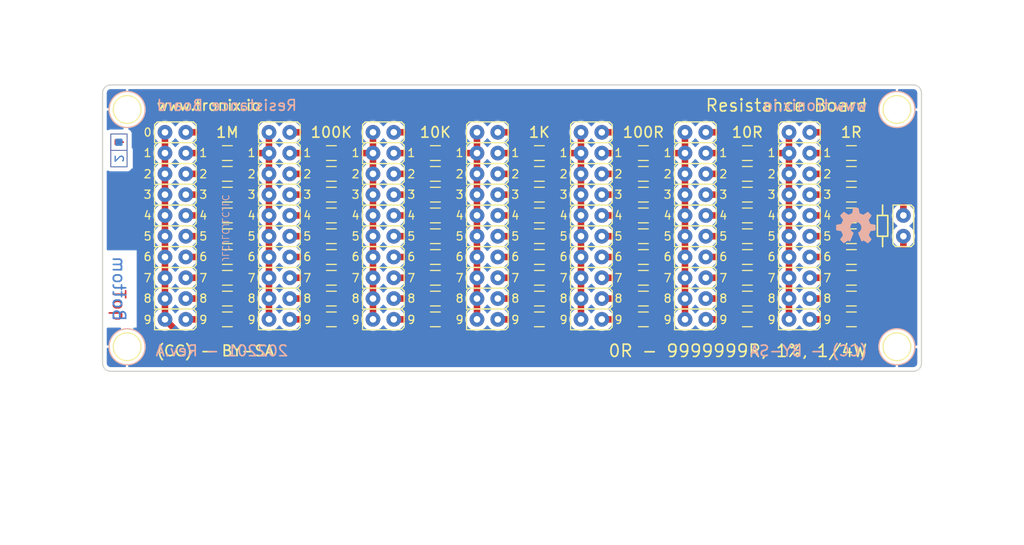
<source format=kicad_pcb>
(kicad_pcb (version 20211014) (generator pcbnew)
  (title_block (title "Resistance Board") (date "01/2022") (rev "A"))
  (layers (0 "F.Cu" signal) (31 "B.Cu" signal) (34 "B.Paste" user) (35 "F.Paste" user) (36 "B.SilkS" user "B.Silkscreen") (37 "F.SilkS" user "F.Silkscreen") (38 "B.Mask" user) (39 "F.Mask" user) (44 "Edge.Cuts" user))
  (net 0 "")
  (net 1 "Net-(JP1-Pad1)")
  (net 2 "Net-(JP1-Pad2)")
  (net 3 "Net-(JP2-Pad2)")
  (net 4 "Net-(JP3-Pad2)")
  (net 5 "Net-(JP4-Pad2)")
  (net 6 "Net-(JP5-Pad2)")
  (net 7 "Net-(JP6-Pad2)")
  (net 8 "Net-(JP7-Pad2)")
  (net 9 "Net-(JP8-Pad2)")
  (net 10 "Net-(JP9-Pad2)")
  (net 11 "Net-(JP10-Pad2)")
  (net 12 "Net-(JP11-Pad2)")
  (net 13 "Net-(JP12-Pad2)")
  (net 14 "Net-(JP13-Pad2)")
  (net 15 "Net-(JP14-Pad2)")
  (net 16 "Net-(JP15-Pad2)")
  (net 17 "Net-(JP16-Pad2)")
  (net 18 "Net-(JP17-Pad2)")
  (net 19 "Net-(JP18-Pad2)")
  (net 20 "Net-(JP19-Pad2)")
  (net 21 "Net-(JP20-Pad2)")
  (net 22 "Net-(JP21-Pad2)")
  (net 23 "Net-(JP22-Pad2)")
  (net 24 "Net-(JP23-Pad2)")
  (net 25 "Net-(JP24-Pad2)")
  (net 26 "Net-(JP25-Pad2)")
  (net 27 "Net-(JP26-Pad2)")
  (net 28 "Net-(JP27-Pad2)")
  (net 29 "Net-(JP28-Pad2)")
  (net 30 "Net-(JP29-Pad2)")
  (net 31 "Net-(JP30-Pad2)")
  (net 32 "Net-(JP31-Pad2)")
  (net 33 "Net-(JP32-Pad2)")
  (net 34 "Net-(JP33-Pad2)")
  (net 35 "Net-(JP34-Pad2)")
  (net 36 "Net-(JP35-Pad2)")
  (net 37 "Net-(JP36-Pad2)")
  (net 38 "Net-(JP37-Pad2)")
  (net 39 "Net-(JP38-Pad2)")
  (net 40 "Net-(JP39-Pad2)")
  (net 41 "Net-(JP40-Pad2)")
  (net 42 "Net-(JP41-Pad2)")
  (net 43 "Net-(JP42-Pad2)")
  (net 44 "Net-(JP43-Pad2)")
  (net 45 "Net-(JP44-Pad2)")
  (net 46 "Net-(JP45-Pad2)")
  (net 47 "Net-(JP46-Pad2)")
  (net 48 "Net-(JP47-Pad2)")
  (net 49 "Net-(JP48-Pad2)")
  (net 50 "Net-(JP49-Pad2)")
  (net 51 "Net-(JP50-Pad2)")
  (net 52 "Net-(JP51-Pad2)")
  (net 53 "Net-(JP52-Pad2)")
  (net 54 "Net-(JP53-Pad2)")
  (net 55 "Net-(JP54-Pad2)")
  (net 56 "Net-(JP55-Pad2)")
  (net 57 "Net-(JP56-Pad2)")
  (net 58 "Net-(JP57-Pad2)")
  (net 59 "Net-(JP58-Pad2)")
  (net 60 "Net-(JP59-Pad2)")
  (net 61 "Net-(JP60-Pad2)")
  (net 62 "Net-(JP61-Pad2)")
  (net 63 "Net-(JP62-Pad2)")
  (net 64 "Net-(JP63-Pad2)")
  (net 65 "Net-(JP64-Pad2)")
  (net 66 "Net-(JP65-Pad2)")
  (net 67 "Net-(JP66-Pad2)")
  (net 68 "Net-(JP67-Pad2)")
  (net 69 "Net-(JP68-Pad2)")
  (net 70 "Net-(JP69-Pad2)")
  (net 71 "Net-(JP70-Pad2)")
  (footprint "tronixio:HARWIN-M20-999024x" (layer "F.Cu") (at 107.62 75.87 90)
    (fp_text reference "JP3")
    (fp_text value "HARWIN-254-M-1X02-JUMPER-VERTICAL")
  )
  (footprint "tronixio:HARWIN-M20-999024x" (layer "F.Cu") (at 171.12 80.95 90)
    (fp_text reference "JP55")
    (fp_text value "HARWIN-254-M-1X02-JUMPER-VERTICAL")
  )
  (footprint "tronixio:RESISTOR-1206" (layer "F.Cu") (at 127.94 93.65)
    (fp_text reference "R18")
    (fp_text value "100K")
  )
  (footprint "tronixio:HARWIN-M20-999024x" (layer "F.Cu") (at 145.72 91.11 90)
    (fp_text reference "JP39")
    (fp_text value "HARWIN-254-M-1X02-JUMPER-VERTICAL")
  )
  (footprint "tronixio:HARWIN-M20-999024x" (layer "F.Cu") (at 158.42 91.11 90)
    (fp_text reference "JP49")
    (fp_text value "HARWIN-254-M-1X02-JUMPER-VERTICAL")
  )
  (footprint "tronixio:RESISTOR-1206" (layer "F.Cu") (at 140.64 93.65)
    (fp_text reference "R27")
    (fp_text value "10K")
  )
  (footprint "tronixio:RESISTOR-1206" (layer "F.Cu") (at 115.24 78.41)
    (fp_text reference "R3")
    (fp_text value "1M")
  )
  (footprint "tronixio:HARWIN-M20-999024x" (layer "F.Cu") (at 171.12 88.57 90)
    (fp_text reference "JP58")
    (fp_text value "HARWIN-254-M-1X02-JUMPER-VERTICAL")
  )
  (footprint "tronixio:HARWIN-M20-999024x" (layer "F.Cu") (at 133.02 93.65 90)
    (fp_text reference "JP30")
    (fp_text value "HARWIN-254-M-1X02-JUMPER-VERTICAL")
  )
  (footprint "tronixio:HARWIN-M20-999024x" (layer "F.Cu") (at 133.02 86.03 90)
    (fp_text reference "JP27")
    (fp_text value "HARWIN-254-M-1X02-JUMPER-VERTICAL")
  )
  (footprint "tronixio:RESISTOR-1206" (layer "F.Cu") (at 153.34 91.11)
    (fp_text reference "R35")
    (fp_text value "1K")
  )
  (footprint "tronixio:HARWIN-M20-999024x" (layer "F.Cu") (at 145.72 70.79 90)
    (fp_text reference "JP31")
    (fp_text value "HARWIN-254-M-1X02-JUMPER-VERTICAL")
  )
  (footprint "tronixio:HARWIN-M20-999024x" (layer "F.Cu") (at 171.12 86.03 90)
    (fp_text reference "JP57")
    (fp_text value "HARWIN-254-M-1X02-JUMPER-VERTICAL")
  )
  (footprint "tronixio:HARWIN-M20-999024x" (layer "F.Cu") (at 171.12 70.79 90)
    (fp_text reference "JP51")
    (fp_text value "HARWIN-254-M-1X02-JUMPER-VERTICAL")
  )
  (footprint "tronixio:RESISTOR-1206" (layer "F.Cu") (at 127.94 75.87)
    (fp_text reference "R11")
    (fp_text value "100K")
  )
  (footprint "tronixio:HARWIN-M20-999024x" (layer "F.Cu") (at 120.32 70.79 90)
    (fp_text reference "JP11")
    (fp_text value "HARWIN-254-M-1X02-JUMPER-VERTICAL")
  )
  (footprint "tronixio:HARWIN-M20-999024x" (layer "F.Cu") (at 145.72 88.57 90)
    (fp_text reference "JP38")
    (fp_text value "HARWIN-254-M-1X02-JUMPER-VERTICAL")
  )
  (footprint "tronixio:RESISTOR-1206" (layer "F.Cu") (at 178.74 91.11)
    (fp_text reference "R53")
    (fp_text value "10R")
  )
  (footprint "tronixio:RESISTOR-1206" (layer "F.Cu") (at 178.74 83.49)
    (fp_text reference "R50")
    (fp_text value "10R")
  )
  (footprint "tronixio:HARWIN-M20-999024x" (layer "F.Cu") (at 107.62 88.57 90)
    (fp_text reference "JP8")
    (fp_text value "HARWIN-254-M-1X02-JUMPER-VERTICAL")
  )
  (footprint "tronixio:HARWIN-M20-999024x" (layer "F.Cu") (at 183.82 70.79 90)
    (fp_text reference "JP61")
    (fp_text value "HARWIN-254-M-1X02-JUMPER-VERTICAL")
  )
  (footprint "tronixio:HARWIN-M20-999024x" (layer "F.Cu") (at 158.42 70.79 90)
    (fp_text reference "JP41")
    (fp_text value "HARWIN-254-M-1X02-JUMPER-VERTICAL")
  )
  (footprint "tronixio:RESISTOR-1206" (layer "F.Cu") (at 115.24 86.03)
    (fp_text reference "R6")
    (fp_text value "1M")
  )
  (footprint "tronixio:HARWIN-M20-999024x" (layer "F.Cu") (at 171.12 75.87 90)
    (fp_text reference "JP53")
    (fp_text value "HARWIN-254-M-1X02-JUMPER-VERTICAL")
  )
  (footprint "tronixio:HARWIN-M20-999024x" (layer "F.Cu") (at 158.42 73.33 90)
    (fp_text reference "JP42")
    (fp_text value "HARWIN-254-M-1X02-JUMPER-VERTICAL")
  )
  (footprint "tronixio:RESISTOR-1206" (layer "F.Cu") (at 153.34 86.03)
    (fp_text reference "R33")
    (fp_text value "1K")
  )
  (footprint "tronixio:RESISTOR-1206" (layer "F.Cu") (at 153.34 73.33)
    (fp_text reference "R28")
    (fp_text value "1K")
  )
  (footprint "tronixio:RESISTOR-1206" (layer "F.Cu") (at 127.94 91.11)
    (fp_text reference "R17")
    (fp_text value "100K")
  )
  (footprint "tronixio:HARWIN-M20-999024x" (layer "F.Cu") (at 107.62 93.65 90)
    (fp_text reference "JP10")
    (fp_text value "HARWIN-254-M-1X02-JUMPER-VERTICAL")
  )
  (footprint "tronixio:RESISTOR-1206" (layer "F.Cu") (at 127.94 86.03)
    (fp_text reference "R15")
    (fp_text value "100K")
  )
  (footprint "tronixio:HARWIN-M20-999024x" (layer "F.Cu") (at 120.32 73.33 90)
    (fp_text reference "JP12")
    (fp_text value "HARWIN-254-M-1X02-JUMPER-VERTICAL")
  )
  (footprint "tronixio:HARWIN-M20-7680-7683" (layer "F.Cu") (at 185.09 115.24)
    (fp_text reference "H5" hide)
    (fp_text value "HARWIN-JUMPER-0254-14MM-BLACK" hide)
  )
  (footprint "tronixio:RESISTOR-1206" (layer "F.Cu") (at 191.44 83.49)
    (fp_text reference "R59")
    (fp_text value "1R")
  )
  (footprint "tronixio:RESISTOR-1206" (layer "F.Cu") (at 178.74 73.33)
    (fp_text reference "R46")
    (fp_text value "10R")
  )
  (footprint "tronixio:RESISTOR-1206" (layer "F.Cu") (at 191.44 73.33)
    (fp_text reference "R55")
    (fp_text value "1R")
  )
  (footprint "tronixio:HARWIN-M20-999024x" (layer "F.Cu") (at 133.02 75.87 90)
    (fp_text reference "JP23")
    (fp_text value "HARWIN-254-M-1X02-JUMPER-VERTICAL")
  )
  (footprint "tronixio:RESISTOR-1206" (layer "F.Cu") (at 140.64 83.49)
    (fp_text reference "R23")
    (fp_text value "10K")
  )
  (footprint "tronixio:RESISTOR-1206" (layer "F.Cu") (at 127.94 88.57)
    (fp_text reference "R16")
    (fp_text value "100K")
  )
  (footprint "tronixio:RESISTOR-1206" (layer "F.Cu") (at 140.64 86.03)
    (fp_text reference "R24")
    (fp_text value "10K")
  )
  (footprint "tronixio:RESISTOR-1206" (layer "F.Cu") (at 115.24 83.49)
    (fp_text reference "R5")
    (fp_text value "1M")
  )
  (footprint "tronixio:RESISTOR-1206" (layer "F.Cu") (at 115.24 93.65)
    (fp_text reference "R9")
    (fp_text value "1M")
  )
  (footprint "tronixio:RESISTOR-1206" (layer "F.Cu") (at 115.24 75.87)
    (fp_text reference "R2")
    (fp_text value "1M")
  )
  (footprint "tronixio:RESISTOR-1206" (layer "F.Cu") (at 191.44 80.95)
    (fp_text reference "R58")
    (fp_text value "1R")
  )
  (footprint "tronixio:RESISTOR-1206" (layer "F.Cu") (at 191.44 86.03)
    (fp_text reference "R60")
    (fp_text value "1R")
  )
  (footprint "tronixio:HARWIN-M20-999024x" (layer "F.Cu") (at 107.62 80.95 90)
    (fp_text reference "JP5")
    (fp_text value "HARWIN-254-M-1X02-JUMPER-VERTICAL")
  )
  (footprint "tronixio:HARWIN-M20-999024x" (layer "F.Cu") (at 197.79 80.95)
    (fp_text reference "K1")
    (fp_text value "R")
  )
  (footprint "tronixio:RESISTOR-1206" (layer "F.Cu") (at 153.34 78.41)
    (fp_text reference "R30")
    (fp_text value "1K")
  )
  (footprint "tronixio:KEYSTONE-9056" (layer "F.Cu") (at 197 68)
    (fp_text reference "H10" hide)
    (fp_text value "KEYSTONE-9056" hide)
  )
  (footprint "tronixio:HARWIN-M20-999024x" (layer "F.Cu") (at 171.12 93.65 90)
    (fp_text reference "JP60")
    (fp_text value "HARWIN-254-M-1X02-JUMPER-VERTICAL")
  )
  (footprint "tronixio:RESISTOR-1206" (layer "F.Cu") (at 115.24 88.57)
    (fp_text reference "R7")
    (fp_text value "1M")
  )
  (footprint "tronixio:HARWIN-M20-999024x" (layer "F.Cu") (at 171.12 73.33 90)
    (fp_text reference "JP52")
    (fp_text value "HARWIN-254-M-1X02-JUMPER-VERTICAL")
  )
  (footprint "tronixio:RESISTOR-1206" (layer "F.Cu") (at 127.94 83.49)
    (fp_text reference "R14")
    (fp_text value "100K")
  )
  (footprint "tronixio:HARWIN-M20-999024x" (layer "F.Cu") (at 120.32 88.57 90)
    (fp_text reference "JP18")
    (fp_text value "HARWIN-254-M-1X02-JUMPER-VERTICAL")
  )
  (footprint "tronixio:HARWIN-M20-999024x" (layer "F.Cu") (at 158.42 75.87 90)
    (fp_text reference "JP43")
    (fp_text value "HARWIN-254-M-1X02-JUMPER-VERTICAL")
  )
  (footprint "tronixio:HARWIN-M20-7680-7683" (layer "F.Cu") (at 172.39 115.24)
    (fp_text reference "H3" hide)
    (fp_text value "HARWIN-JUMPER-0254-14MM-BLACK" hide)
  )
  (footprint "tronixio:HARWIN-M20-999024x" (layer "F.Cu") (at 133.02 88.57 90)
    (fp_text reference "JP28")
    (fp_text value "HARWIN-254-M-1X02-JUMPER-VERTICAL")
  )
  (footprint "tronixio:HARWIN-M20-7680-7683" (layer "F.Cu") (at 159.69 115.24)
    (fp_text reference "H1" hide)
    (fp_text value "HARWIN-JUMPER-0254-14MM-BLACK" hide)
  )
  (footprint "tronixio:HARWIN-M20-7680-7683" (layer "F.Cu") (at 166.04 115.24)
    (fp_text reference "H2" hide)
    (fp_text value "HARWIN-JUMPER-0254-14MM-BLACK" hide)
  )
  (footprint "tronixio:HARWIN-M20-999024x" (layer "F.Cu") (at 133.02 80.95 90)
    (fp_text reference "JP25")
    (fp_text value "HARWIN-254-M-1X02-JUMPER-VERTICAL")
  )
  (footprint "tronixio:HARWIN-M20-999024x" (layer "F.Cu") (at 120.32 75.87 90)
    (fp_text reference "JP13")
    (fp_text value "HARWIN-254-M-1X02-JUMPER-VERTICAL")
  )
  (footprint "tronixio:RESISTOR-1206" (layer "F.Cu") (at 166.04 78.41)
    (fp_text reference "R39")
    (fp_text value "100R")
  )
  (footprint "tronixio:HARWIN-M20-999024x" (layer "F.Cu") (at 171.12 78.41 90)
    (fp_text reference "JP54")
    (fp_text value "HARWIN-254-M-1X02-JUMPER-VERTICAL")
  )
  (footprint "tronixio:HARWIN-M20-999024x" (layer "F.Cu") (at 183.82 83.49 90)
    (fp_text reference "JP66")
    (fp_text value "HARWIN-254-M-1X02-JUMPER-VERTICAL")
  )
  (footprint "tronixio:RESISTOR-1206" (layer "F.Cu") (at 140.64 88.57)
    (fp_text reference "R25")
    (fp_text value "10K")
  )
  (footprint "tronixio:HARWIN-M20-999024x" (layer "F.Cu") (at 145.72 83.49 90)
    (fp_text reference "JP36")
    (fp_text value "HARWIN-254-M-1X02-JUMPER-VERTICAL")
  )
  (footprint "tronixio:RESISTOR-1206" (layer "F.Cu") (at 191.44 88.57)
    (fp_text reference "R61")
    (fp_text value "1R")
  )
  (footprint "tronixio:RESISTOR-1206" (layer "F.Cu") (at 166.04 73.33)
    (fp_text reference "R37")
    (fp_text value "100R")
  )
  (footprint "tronixio:RESISTOR-1206" (layer "F.Cu") (at 140.64 75.87)
    (fp_text reference "R20")
    (fp_text value "10K")
  )
  (footprint "tronixio:RESISTOR-1206" (layer "F.Cu") (at 153.34 88.57)
    (fp_text reference "R34")
    (fp_text value "1K")
  )
  (footprint "tronixio:HARWIN-M20-999024x" (layer "F.Cu") (at 158.42 88.57 90)
    (fp_text reference "JP48")
    (fp_text value "HARWIN-254-M-1X02-JUMPER-VERTICAL")
  )
  (footprint "tronixio:RESISTOR-1206" (layer "F.Cu") (at 191.44 78.41)
    (fp_text reference "R57")
    (fp_text value "1R")
  )
  (footprint "tronixio:RESISTOR-1206" (layer "F.Cu") (at 140.64 73.33)
    (fp_text reference "R19")
    (fp_text value "10K")
  )
  (footprint "tronixio:HARWIN-M20-999024x" (layer "F.Cu") (at 183.82 75.87 90)
    (fp_text reference "JP63")
    (fp_text value "HARWIN-254-M-1X02-JUMPER-VERTICAL")
  )
  (footprint "tronixio:RESISTOR-1206" (layer "F.Cu") (at 166.04 75.87)
    (fp_text reference "R38")
    (fp_text value "100R")
  )
  (footprint "tronixio:RESISTOR-1206" (layer "F.Cu") (at 166.04 93.65)
    (fp_text reference "R45")
    (fp_text value "100R")
  )
  (footprint "tronixio:HARWIN-M20-999024x" (layer "F.Cu") (at 171.12 83.49 90)
    (fp_text reference "JP56")
    (fp_text value "HARWIN-254-M-1X02-JUMPER-VERTICAL")
  )
  (footprint "tronixio:HARWIN-M20-999024x" (layer "F.Cu") (at 158.42 80.95 90)
    (fp_text reference "JP45")
    (fp_text value "HARWIN-254-M-1X02-JUMPER-VERTICAL")
  )
  (footprint "tronixio:HARWIN-M20-7680-7683" (layer "F.Cu") (at 197.79 115.24)
    (fp_text reference "H7" hide)
    (fp_text value "HARWIN-JUMPER-0254-14MM-BLACK" hide)
  )
  (footprint "tronixio:RESISTOR-1206" (layer "F.Cu") (at 178.74 75.87)
    (fp_text reference "R47")
    (fp_text value "10R")
  )
  (footprint "tronixio:HARWIN-M20-999024x" (layer "F.Cu") (at 120.32 80.95 90)
    (fp_text reference "JP15")
    (fp_text value "HARWIN-254-M-1X02-JUMPER-VERTICAL")
  )
  (footprint "tronixio:HARWIN-M20-999024x" (layer "F.Cu") (at 145.72 93.65 90)
    (fp_text reference "JP40")
    (fp_text value "HARWIN-254-M-1X02-JUMPER-VERTICAL")
  )
  (footprint "tronixio:RESISTOR-1206" (layer "F.Cu") (at 140.64 91.11)
    (fp_text reference "R26")
    (fp_text value "10K")
  )
  (footprint "tronixio:RESISTOR-1206" (layer "F.Cu") (at 115.24 91.11)
    (fp_text reference "R8")
    (fp_text value "1M")
  )
  (footprint "tronixio:HARWIN-M20-999024x" (layer "F.Cu") (at 107.62 73.33 90)
    (fp_text reference "JP2")
    (fp_text value "HARWIN-254-M-1X02-JUMPER-VERTICAL")
  )
  (footprint "tronixio:RESISTOR-1206" (layer "F.Cu") (at 115.24 80.95)
    (fp_text reference "R4")
    (fp_text value "1M")
  )
  (footprint "tronixio:KEYSTONE-9056" (layer "F.Cu") (at 103 97)
    (fp_text reference "H8" hide)
    (fp_text value "KEYSTONE-9056" hide)
  )
  (footprint "tronixio:HARWIN-M20-7680-7683" (layer "F.Cu") (at 178.74 115.24)
    (fp_text reference "H4" hide)
    (fp_text value "HARWIN-JUMPER-0254-14MM-BLACK" hide)
  )
  (footprint "tronixio:HARWIN-M20-999024x" (layer "F.Cu") (at 171.12 91.11 90)
    (fp_text reference "JP59")
    (fp_text value "HARWIN-254-M-1X02-JUMPER-VERTICAL")
  )
  (footprint "tronixio:HARWIN-M20-999024x" (layer "F.Cu") (at 120.32 93.65 90)
    (fp_text reference "JP20")
    (fp_text value "HARWIN-254-M-1X02-JUMPER-VERTICAL")
  )
  (footprint "tronixio:HARWIN-M20-999024x" (layer "F.Cu") (at 183.82 91.11 90)
    (fp_text reference "JP69")
    (fp_text value "HARWIN-254-M-1X02-JUMPER-VERTICAL")
  )
  (footprint "tronixio:HARWIN-M20-999024x" (layer "F.Cu") (at 133.02 73.33 90)
    (fp_text reference "JP22")
    (fp_text value "HARWIN-254-M-1X02-JUMPER-VERTICAL")
  )
  (footprint "tronixio:RESISTOR-1206" (layer "F.Cu") (at 178.74 93.65)
    (fp_text reference "R54")
    (fp_text value "10R")
  )
  (footprint "tronixio:HARWIN-M20-999024x" (layer "F.Cu") (at 133.02 83.49 90)
    (fp_text reference "JP26")
    (fp_text value "HARWIN-254-M-1X02-JUMPER-VERTICAL")
  )
  (footprint "tronixio:RESISTOR-1206" (layer "F.Cu") (at 166.04 91.11)
    (fp_text reference "R44")
    (fp_text value "100R")
  )
  (footprint "tronixio:HARWIN-M20-999024x" (layer "F.Cu") (at 145.72 80.95 90)
    (fp_text reference "JP35")
    (fp_text value "HARWIN-254-M-1X02-JUMPER-VERTICAL")
  )
  (footprint "tronixio:HARWIN-M20-999024x" (layer "F.Cu") (at 145.72 73.33 90)
    (fp_text reference "JP32")
    (fp_text value "HARWIN-254-M-1X02-JUMPER-VERTICAL")
  )
  (footprint "tronixio:RESISTOR-1206" (layer "F.Cu") (at 127.94 73.33)
    (fp_text reference "R10")
    (fp_text value "100K")
  )
  (footprint "tronixio:HARWIN-M20-999024x" (layer "F.Cu") (at 133.02 78.41 90)
    (fp_text reference "JP24")
    (fp_text value "HARWIN-254-M-1X02-JUMPER-VERTICAL")
  )
  (footprint "tronixio:HARWIN-M20-999024x" (layer "F.Cu") (at 120.32 78.41 90)
    (fp_text reference "JP14")
    (fp_text value "HARWIN-254-M-1X02-JUMPER-VERTICAL")
  )
  (footprint "tronixio:RESISTOR-1206" (layer "F.Cu") (at 178.74 86.03)
    (fp_text reference "R51")
    (fp_text value "10R")
  )
  (footprint "tronixio:RESISTOR-1206" (layer "F.Cu") (at 127.94 80.95)
    (fp_text reference "R13")
    (fp_text value "100K")
  )
  (footprint "tronixio:RESISTOR-1206" (layer "F.Cu") (at 153.34 83.49)
    (fp_text reference "R32")
    (fp_text value "1K")
  )
  (footprint "tronixio:KEYSTONE-9056" (layer "F.Cu") (at 197 97)
    (fp_text reference "H9" hide)
    (fp_text value "KEYSTONE-9056" hide)
  )
  (footprint "tronixio:HARWIN-M20-999024x" (layer "F.Cu") (at 158.42 78.41 90)
    (fp_text reference "JP44")
    (fp_text value "HARWIN-254-M-1X02-JUMPER-VERTICAL")
  )
  (footprint "tronixio:RESISTOR-1206" (layer "F.Cu") (at 191.44 75.87)
    (fp_text reference "R56")
    (fp_text value "1R")
  )
  (footprint "tronixio:RESISTOR-1206" (layer "F.Cu") (at 178.74 80.95)
    (fp_text reference "R49")
    (fp_text value "10R")
  )
  (footprint "tronixio:HARWIN-M20-999024x" (layer "F.Cu") (at 158.42 86.03 90)
    (fp_text reference "JP47")
    (fp_text value "HARWIN-254-M-1X02-JUMPER-VERTICAL")
  )
  (footprint "tronixio:RESISTOR-1206" (layer "F.Cu") (at 115.24 73.33)
    (fp_text reference "R1")
    (fp_text value "1M")
  )
  (footprint "tronixio:HARWIN-M20-999024x" (layer "F.Cu") (at 183.82 88.57 90)
    (fp_text reference "JP68")
    (fp_text value "HARWIN-254-M-1X02-JUMPER-VERTICAL")
  )
  (footprint "tronixio:RESISTOR-1206" (layer "F.Cu") (at 191.44 91.11)
    (fp_text reference "R62")
    (fp_text value "1R")
  )
  (footprint "tronixio:RESISTOR-1206" (layer "F.Cu") (at 166.04 83.49)
    (fp_text reference "R41")
    (fp_text value "100R")
  )
  (footprint "tronixio:RESISTOR-1206" (layer "F.Cu") (at 127.94 78.41)
    (fp_text reference "R12")
    (fp_text value "100K")
  )
  (footprint "tronixio:HARWIN-M20-999024x" (layer "F.Cu") (at 120.32 86.03 90)
    (fp_text reference "JP17")
    (fp_text value "HARWIN-254-M-1X02-JUMPER-VERTICAL")
  )
  (footprint "tronixio:RESISTOR-1206" (layer "F.Cu") (at 153.34 93.65)
    (fp_text reference "R36")
    (fp_text value "1K")
  )
  (footprint "tronixio:RESISTOR-1206" (layer "F.Cu") (at 191.44 93.65)
    (fp_text reference "R63")
    (fp_text value "1R")
  )
  (footprint "tronixio:RESISTOR-1206" (layer "F.Cu") (at 178.74 88.57)
    (fp_text reference "R52")
    (fp_text value "10R")
  )
  (footprint "tronixio:RESISTOR-1206" (layer "F.Cu") (at 178.74 78.41)
    (fp_text reference "R48")
    (fp_text value "10R")
  )
  (footprint "tronixio:KEYSTONE-9056" (layer "F.Cu") (at 103 68)
    (fp_text reference "H11" hide)
    (fp_text value "KEYSTONE-9056" hide)
  )
  (footprint "tronixio:RESISTOR-1206" (layer "F.Cu") (at 166.04 80.95)
    (fp_text reference "R40")
    (fp_text value "100R")
  )
  (footprint "tronixio:HARWIN-M20-7680-7683" (layer "F.Cu") (at 191.44 115.24)
    (fp_text reference "H6" hide)
    (fp_text value "HARWIN-JUMPER-0254-14MM-BLACK" hide)
  )
  (footprint "tronixio:HARWIN-M20-999024x" (layer "F.Cu") (at 183.82 78.41 90)
    (fp_text reference "JP64")
    (fp_text value "HARWIN-254-M-1X02-JUMPER-VERTICAL")
  )
  (footprint "tronixio:RESISTOR-1206" (layer "F.Cu") (at 153.34 80.95)
    (fp_text reference "R31")
    (fp_text value "1K")
  )
  (footprint "tronixio:HARWIN-M20-999024x" (layer "F.Cu") (at 183.82 80.95 90)
    (fp_text reference "JP65")
    (fp_text value "HARWIN-254-M-1X02-JUMPER-VERTICAL")
  )
  (footprint "tronixio:HARWIN-M20-999024x" (layer "F.Cu") (at 120.32 91.11 90)
    (fp_text reference "JP19")
    (fp_text value "HARWIN-254-M-1X02-JUMPER-VERTICAL")
  )
  (footprint "tronixio:RESISTOR-1206" (layer "F.Cu") (at 166.04 86.03)
    (fp_text reference "R42")
    (fp_text value "100R")
  )
  (footprint "tronixio:HARWIN-M20-999024x" (layer "F.Cu") (at 107.62 78.41 90)
    (fp_text reference "JP4")
    (fp_text value "HARWIN-254-M-1X02-JUMPER-VERTICAL")
  )
  (footprint "tronixio:RESISTOR-1206" (layer "F.Cu") (at 153.34 75.87)
    (fp_text reference "R29")
    (fp_text value "1K")
  )
  (footprint "tronixio:HARWIN-M20-999024x" (layer "F.Cu") (at 158.42 93.65 90)
    (fp_text reference "JP50")
    (fp_text value "HARWIN-254-M-1X02-JUMPER-VERTICAL")
  )
  (footprint "tronixio:HARWIN-M20-999024x" (layer "F.Cu") (at 183.82 86.03 90)
    (fp_text reference "JP67")
    (fp_text value "HARWIN-254-M-1X02-JUMPER-VERTICAL")
  )
  (footprint "tronixio:HARWIN-M20-999024x" (layer "F.Cu") (at 145.72 78.41 90)
    (fp_text reference "JP34")
    (fp_text value "HARWIN-254-M-1X02-JUMPER-VERTICAL")
  )
  (footprint "tronixio:HARWIN-M20-999024x" (layer "F.Cu") (at 107.62 86.03 90)
    (fp_text reference "JP7")
    (fp_text value "HARWIN-254-M-1X02-JUMPER-VERTICAL")
  )
  (footprint "tronixio:HARWIN-M20-999024x" (layer "F.Cu") (at 107.62 70.79 90)
    (fp_text reference "JP1")
    (fp_text value "HARWIN-254-M-1X02-JUMPER-VERTICAL")
  )
  (footprint "tronixio:RESISTOR-1206" (layer "F.Cu") (at 140.64 80.95)
    (fp_text reference "R22")
    (fp_text value "10K")
  )
  (footprint "tronixio:HARWIN-M20-999024x" (layer "F.Cu") (at 107.62 83.49 90)
    (fp_text reference "JP6")
    (fp_text value "HARWIN-254-M-1X02-JUMPER-VERTICAL")
  )
  (footprint "tronixio:HARWIN-M20-999024x" (layer "F.Cu") (at 145.72 75.87 90)
    (fp_text reference "JP33")
    (fp_text value "HARWIN-254-M-1X02-JUMPER-VERTICAL")
  )
  (footprint "tronixio:HARWIN-M20-999024x" (layer "F.Cu") (at 145.72 86.03 90)
    (fp_text reference "JP37")
    (fp_text value "HARWIN-254-M-1X02-JUMPER-VERTICAL")
  )
  (footprint "tronixio:HARWIN-M20-999024x" (layer "F.Cu") (at 120.32 83.49 90)
    (fp_text reference "JP16")
    (fp_text value "HARWIN-254-M-1X02-JUMPER-VERTICAL")
  )
  (footprint "tronixio:HARWIN-M20-999024x" (layer "F.Cu") (at 158.42 83.49 90)
    (fp_text reference "JP46")
    (fp_text value "HARWIN-254-M-1X02-JUMPER-VERTICAL")
  )
  (footprint "tronixio:HARWIN-M20-999024x" (layer "F.Cu") (at 133.02 91.11 90)
    (fp_text reference "JP29")
    (fp_text value "HARWIN-254-M-1X02-JUMPER-VERTICAL")
  )
  (footprint "tronixio:HARWIN-M20-999024x" (layer "F.Cu") (at 183.82 93.65 90)
    (fp_text reference "JP70")
    (fp_text value "HARWIN-254-M-1X02-JUMPER-VERTICAL")
  )
  (footprint "tronixio:RESISTOR-1206" (layer "F.Cu") (at 166.04 88.57)
    (fp_text reference "R43")
    (fp_text value "100R")
  )
  (footprint "tronixio:RESISTOR-1206" (layer "F.Cu") (at 140.64 78.41)
    (fp_text reference "R21")
    (fp_text value "10K")
  )
  (footprint "tronixio:HARWIN-M20-999024x" (layer "F.Cu") (at 183.82 73.33 90)
    (fp_text reference "JP62")
    (fp_text value "HARWIN-254-M-1X02-JUMPER-VERTICAL")
  )
  (footprint "tronixio:HARWIN-M20-999024x" (layer "F.Cu") (at 107.62 91.11 90)
    (fp_text reference "JP9")
    (fp_text value "HARWIN-254-M-1X02-JUMPER-VERTICAL")
  )
  (footprint "tronixio:HARWIN-M20-999024x" (layer "F.Cu") (at 133.02 70.79 90)
    (fp_text reference "JP21")
    (fp_text value "HARWIN-254-M-1X02-JUMPER-VERTICAL")
  )
  (footprint "tronixio:OSHW-5MM" (layer "B.Cu") (at 192 82.22 180)
    (fp_text reference "GB" hide)
    (fp_text value "LOGO" hide)
  )
  (gr_rect (start 101 71) (end 103 75) (layer "F.Cu") (width 0.1) (fill none))
  (gr_line (start 101 73) (end 103 73) (layer "F.Cu") (width 0.1))
  (gr_line (start 101 73) (end 103 73) (layer "B.Cu") (width 0.1))
  (gr_rect (start 101 71) (end 103 75) (layer "B.Cu") (width 0.1) (fill none))
  (gr_rect (start 194.615 83.49) (end 195.885 80.95) (layer "F.SilkS") (width 0.2) (fill none))
  (gr_line (start 195.25 79.68) (end 195.25 80.95) (layer "F.SilkS") (width 0.2))
  (gr_line (start 195.25 83.49) (end 195.25 84.76) (layer "F.SilkS") (width 0.2))
  (gr_arc (start 200 99) (mid 199.707107 99.707107) (end 199 100) (layer "Edge.Cuts") (width 0.15))
  (gr_line locked (start 199 65) (end 101 65) (layer "Edge.Cuts") (width 0.15))
  (gr_arc (start 100 66) (mid 100.292893 65.292893) (end 101 65) (layer "Edge.Cuts") (width 0.15))
  (gr_line locked (start 100 66) (end 100 99) (layer "Edge.Cuts") (width 0.15))
  (gr_arc (start 199 65) (mid 199.707107 65.292893) (end 200 66) (layer "Edge.Cuts") (width 0.15))
  (gr_line locked (start 101 100) (end 199 100) (layer "Edge.Cuts") (width 0.15))
  (gr_line locked (start 200 99) (end 200 66) (layer "Edge.Cuts") (width 0.15))
  (gr_arc (start 101 100) (mid 100.292893 99.707107) (end 100 99) (layer "Edge.Cuts") (width 0.15))
  (gr_text "Top" (at 102 94 270) (layer "F.Cu") (effects (font (size 1.5 1.5) (thickness 0.2)) (justify right)))
  (gr_text "1" (at 102 72 270) (layer "F.Cu") (effects (font (size 1 1))))
  (gr_text "2" (at 102 74 270) (layer "B.Cu") (effects (font (size 1 1)) (justify mirror)))
  (gr_text "Bottom" (at 102 94 270) (layer "B.Cu") (effects (font (size 1.5 1.5) (thickness 0.2)) (justify left mirror)))
  (gr_text "(CC) - BY-SA" (at 193.5 97.5) (layer "B.SilkS") (effects (font (size 1.3 1.3) (thickness 0.2)) (justify left mirror)))
  (gr_text "202201 - Rev.A" (at 106.35 97.5) (layer "B.SilkS") (effects (font (size 1.3 1.3) (thickness 0.2)) (justify right mirror)))
  (gr_text "Resistance Board" (at 106.5 67.5) (layer "B.SilkS") (effects (font (size 1.3 1.3) (thickness 0.2)) (justify right mirror)))
  (gr_text "www.tronix.io" (at 193.5 67.5) (layer "B.SilkS") (effects (font (size 1.3 1.3) (thickness 0.2)) (justify left mirror)))
  (gr_text "JLCJLCJLCJLC" (at 115 82.5 270) (layer "B.SilkS") (effects (font (size 0.8 0.8) (thickness 0.1)) (justify mirror)))
  (gr_text "6" (at 130.9 86) (layer "F.SilkS") (effects (font (size 1 1))))
  (gr_text "5" (at 118.2 83.5) (layer "F.SilkS") (effects (font (size 1 1))))
  (gr_text "5" (at 150.4 83.5) (layer "F.SilkS") (effects (font (size 1 1))))
  (gr_text "2" (at 137.7 75.9) (layer "F.SilkS") (effects (font (size 1 1))))
  (gr_text "7" (at 105.5 88.6) (layer "F.SilkS") (effects (font (size 1 1))))
  (gr_text "2" (at 130.9 75.9) (layer "F.SilkS") (effects (font (size 1 1))))
  (gr_text "9" (at 169 93.7) (layer "F.SilkS") (effects (font (size 1 1))))
  (gr_text "3" (at 175.8 78.4) (layer "F.SilkS") (effects (font (size 1 1))))
  (gr_text "3" (at 156.3 78.4) (layer "F.SilkS") (effects (font (size 1 1))))
  (gr_text "4" (at 175.8 80.95) (layer "F.SilkS") (effects (font (size 1 1))))
  (gr_text "6" (at 181.7 86) (layer "F.SilkS") (effects (font (size 1 1))))
  (gr_text "4" (at 188.5 80.95) (layer "F.SilkS") (effects (font (size 1 1))))
  (gr_text "100K" (at 127.94 70.79) (layer "F.SilkS") (effects (font (size 1.3 1.3) (thickness 0.2))))
  (gr_text "100R" (at 166.04 70.79) (layer "F.SilkS") (effects (font (size 1.3 1.3) (thickness 0.2))))
  (gr_text "8" (at 150.4 91.1) (layer "F.SilkS") (effects (font (size 1 1))))
  (gr_text "1" (at 175.8 73.3) (layer "F.SilkS") (effects (font (size 1 1))))
  (gr_text "3" (at 118.2 78.4) (layer "F.SilkS") (effects (font (size 1 1))))
  (gr_text "4" (at 105.5 80.95) (layer "F.SilkS") (effects (font (size 1 1))))
  (gr_text "2" (at 105.5 75.9) (layer "F.SilkS") (effects (font (size 1 1))))
  (gr_text "4" (at 163 80.95) (layer "F.SilkS") (effects (font (size 1 1))))
  (gr_text "8" (at 130.9 91.1) (layer "F.SilkS") (effects (font (size 1 1))))
  (gr_text "7" (at 163 88.6) (layer "F.SilkS") (effects (font (size 1 1))))
  (gr_text "2" (at 169 75.9) (layer "F.SilkS") (effects (font (size 1 1))))
  (gr_text "3" (at 105.5 78.4) (layer "F.SilkS") (effects (font (size 1 1))))
  (gr_text "2" (at 188.5 75.9) (layer "F.SilkS") (effects (font (size 1 1))))
  (gr_text "6" (at 156.3 86) (layer "F.SilkS") (effects (font (size 1 1))))
  (gr_text "8" (at 175.8 91.1) (layer "F.SilkS") (effects (font (size 1 1))))
  (gr_text "1" (at 181.7 73.3) (layer "F.SilkS") (effects (font (size 1 1))))
  (gr_text "1" (at 105.5 73.3) (layer "F.SilkS") (effects (font (size 1 1))))
  (gr_text "1" (at 143.6 73.3) (layer "F.SilkS") (effects (font (size 1 1))))
  (gr_text "1R" (at 191.44 70.79) (layer "F.SilkS") (effects (font (size 1.3 1.3) (thickness 0.2))))
  (gr_text "2" (at 125 75.9) (layer "F.SilkS") (effects (font (size 1 1))))
  (gr_text "5" (at 188.5 83.5) (layer "F.SilkS") (effects (font (size 1 1))))
  (gr_text "9" (at 112.3 93.7) (layer "F.SilkS") (effects (font (size 1 1))))
  (gr_text "6" (at 188.5 86) (layer "F.SilkS") (effects (font (size 1 1))))
  (gr_text "6" (at 105.5 86) (layer "F.SilkS") (effects (font (size 1 1))))
  (gr_text "3" (at 137.7 78.4) (layer "F.SilkS") (effects (font (size 1 1))))
  (gr_text "4" (at 150.4 80.95) (layer "F.SilkS") (effects (font (size 1 1))))
  (gr_text "9" (at 175.8 93.7) (layer "F.SilkS") (effects (font (size 1 1))))
  (gr_text "0R - 9999999R, 1%, 1/4W" (at 193.5 97.5) (layer "F.SilkS") (effects (font (size 1.5 1.5) (thickness 0.2)) (justify right)))
  (gr_text "3" (at 125 78.4) (layer "F.SilkS") (effects (font (size 1 1))))
  (gr_text "6" (at 137.7 86) (layer "F.SilkS") (effects (font (size 1 1))))
  (gr_text "5" (at 130.9 83.5) (layer "F.SilkS") (effects (font (size 1 1))))
  (gr_text "3" (at 150.4 78.4) (layer "F.SilkS") (effects (font (size 1 1))))
  (gr_text "2" (at 143.6 75.9) (layer "F.SilkS") (effects (font (size 1 1))))
  (gr_text "9" (at 137.7 93.7) (layer "F.SilkS") (effects (font (size 1 1))))
  (gr_text "6" (at 163 86) (layer "F.SilkS") (effects (font (size 1 1))))
  (gr_text "1" (at 156.3 73.3) (layer "F.SilkS") (effects (font (size 1 1))))
  (gr_text "6" (at 150.4 86) (layer "F.SilkS") (effects (font (size 1 1))))
  (gr_text "3" (at 143.6 78.4) (layer "F.SilkS") (effects (font (size 1 1))))
  (gr_text "8" (at 188.5 91.1) (layer "F.SilkS") (effects (font (size 1 1))))
  (gr_text "1" (at 169 73.3) (layer "F.SilkS") (effects (font (size 1 1))))
  (gr_text "8" (at 137.7 91.1) (layer "F.SilkS") (effects (font (size 1 1))))
  (gr_text "www.tronix.io" (at 106.5 67.5) (layer "F.SilkS") (effects (font (size 1.3 1.3) (thickness 0.2)) (justify left)))
  (gr_text "7" (at 125 88.6) (layer "F.SilkS") (effects (font (size 1 1))))
  (gr_text "9" (at 188.5 93.7) (layer "F.SilkS") (effects (font (size 1 1))))
  (gr_text "1" (at 137.7 73.3) (layer "F.SilkS") (effects (font (size 1 1))))
  (gr_text "4" (at 143.6 80.95) (layer "F.SilkS") (effects (font (size 1 1))))
  (gr_text "7" (at 188.5 88.6) (layer "F.SilkS") (effects (font (size 1 1))))
  (gr_text "4" (at 169 80.95) (layer "F.SilkS") (effects (font (size 1 1))))
  (gr_text "3" (at 169 78.4) (layer "F.SilkS") (effects (font (size 1 1))))
  (gr_text "8" (at 156.3 91.1) (layer "F.SilkS") (effects (font (size 1 1))))
  (gr_text "3" (at 163 78.4) (layer "F.SilkS") (effects (font (size 1 1))))
  (gr_text "7" (at 156.3 88.6) (layer "F.SilkS") (effects (font (size 1 1))))
  (gr_text "1M" (at 115.24 70.79) (layer "F.SilkS") (effects (font (size 1.3 1.3) (thickness 0.2))))
  (gr_text "5" (at 137.7 83.5) (layer "F.SilkS") (effects (font (size 1 1))))
  (gr_text "1" (at 163 73.3) (layer "F.SilkS") (effects (font (size 1 1))))
  (gr_text "4" (at 118.2 80.95) (layer "F.SilkS") (effects (font (size 1 1))))
  (gr_text "2" (at 112.3 75.9) (layer "F.SilkS") (effects (font (size 1 1))))
  (gr_text "5" (at 169 83.5) (layer "F.SilkS") (effects (font (size 1 1))))
  (gr_text "5" (at 112.3 83.5) (layer "F.SilkS") (effects (font (size 1 1))))
  (gr_text "6" (at 125 86) (layer "F.SilkS") (effects (font (size 1 1))))
  (gr_text "8" (at 112.3 91.1) (layer "F.SilkS") (effects (font (size 1 1))))
  (gr_text "4" (at 125 80.95) (layer "F.SilkS") (effects (font (size 1 1))))
  (gr_text "8" (at 125 91.1) (layer "F.SilkS") (effects (font (size 1 1))))
  (gr_text "1" (at 150.4 73.3) (layer "F.SilkS") (effects (font (size 1 1))))
  (gr_text "5" (at 125 83.5) (layer "F.SilkS") (effects (font (size 1 1))))
  (gr_text "9" (at 156.3 93.7) (layer "F.SilkS") (effects (font (size 1 1))))
  (gr_text "2" (at 150.4 75.9) (layer "F.SilkS") (effects (font (size 1 1))))
  (gr_text "1" (at 130.9 73.3) (layer "F.SilkS") (effects (font (size 1 1))))
  (gr_text "9" (at 150.4 93.7) (layer "F.SilkS") (effects (font (size 1 1))))
  (gr_text "2" (at 118.2 75.9) (layer "F.SilkS") (effects (font (size 1 1))))
  (gr_text "1" (at 112.3 73.3) (layer "F.SilkS") (effects (font (size 1 1))))
  (gr_text "7" (at 181.7 88.6) (layer "F.SilkS") (effects (font (size 1 1))))
  (gr_text "5" (at 163 83.5) (layer "F.SilkS") (effects (font (size 1 1))))
  (gr_text "7" (at 130.9 88.6) (layer "F.SilkS") (effects (font (size 1 1))))
  (gr_text "9" (at 163 93.7) (layer "F.SilkS") (effects (font (size 1 1))))
  (gr_text "9" (at 105.5 93.7) (layer "F.SilkS") (effects (font (size 1 1))))
  (gr_text "5" (at 143.6 83.5) (layer "F.SilkS") (effects (font (size 1 1))))
  (gr_text "1K" (at 153.34 70.79) (layer "F.SilkS") (effects (font (size 1.3 1.3) (thickness 0.2))))
  (gr_text "0" (at 105.5 70.8) (layer "F.SilkS") (effects (font (size 1 1))))
  (gr_text "4" (at 112.3 80.95) (layer "F.SilkS") (effects (font (size 1 1))))
  (gr_text "7" (at 169 88.6) (layer "F.SilkS") (effects (font (size 1 1))))
  (gr_text "9" (at 181.7 93.7) (layer "F.SilkS") (effects (font (size 1 1))))
  (gr_text "7" (at 112.3 88.6) (layer "F.SilkS") (effects (font (size 1 1))))
  (gr_text "7" (at 143.6 88.6) (layer "F.SilkS") (effects (font (size 1 1))))
  (gr_text "9" (at 130.9 93.7) (layer "F.SilkS") (effects (font (size 1 1))))
  (gr_text "7" (at 137.7 88.6) (layer "F.SilkS") (effects (font (size 1 1))))
  (gr_text "8" (at 181.7 91.1) (layer "F.SilkS") (effects (font (size 1 1))))
  (gr_text "5" (at 105.5 83.5) (layer "F.SilkS") (effects (font (size 1 1))))
  (gr_text "8" (at 169 91.1) (layer "F.SilkS") (effects (font (size 1 1))))
  (gr_text "4" (at 181.7 80.95) (layer "F.SilkS") (effects (font (size 1 1))))
  (gr_text "2" (at 181.7 75.9) (layer "F.SilkS") (effects (font (size 1 1))))
  (gr_text "8" (at 143.6 91.1) (layer "F.SilkS") (effects (font (size 1 1))))
  (gr_text "Resistance Board" (at 193.5 67.5) (layer "F.SilkS") (effects (font (size 1.5 1.5) (thickness 0.2)) (justify right)))
  (gr_text "5" (at 156.3 83.5) (layer "F.SilkS") (effects (font (size 1 1))))
  (gr_text "7" (at 175.8 88.6) (layer "F.SilkS") (effects (font (size 1 1))))
  (gr_text "6" (at 169 86) (layer "F.SilkS") (effects (font (size 1 1))))
  (gr_text "9" (at 125 93.7) (layer "F.SilkS") (effects (font (size 1 1))))
  (gr_text "6" (at 118.2 86) (layer "F.SilkS") (effects (font (size 1 1))))
  (gr_text "2" (at 175.8 75.9) (layer "F.SilkS") (effects (font (size 1 1))))
  (gr_text "8" (at 163 91.1) (layer "F.SilkS") (effects (font (size 1 1))))
  (gr_text "1" (at 188.5 73.3) (layer "F.SilkS") (effects (font (size 1 1))))
  (gr_text "5" (at 181.7 83.5) (layer "F.SilkS") (effects (font (size 1 1))))
  (gr_text "10K" (at 140.64 70.79) (layer "F.SilkS") (effects (font (size 1.3 1.3) (thickness 0.2))))
  (gr_text "4" (at 156.3 80.95) (layer "F.SilkS") (effects (font (size 1 1))))
  (gr_text "8" (at 105.5 91.1) (layer "F.SilkS") (effects (font (size 1 1))))
  (gr_text "2" (at 163 75.9) (layer "F.SilkS") (effects (font (size 1 1))))
  (gr_text "3" (at 181.7 78.4) (layer "F.SilkS") (effects (font (size 1 1))))
  (gr_text "5" (at 175.8 83.5) (layer "F.SilkS") (effects (font (size 1 1))))
  (gr_text "8" (at 118.2 91.1) (layer "F.SilkS") (effects (font (size 1 1))))
  (gr_text "(CC) - BY-SA" (at 106.5 97.5) (layer "F.SilkS") (effects (font (size 1.3 1.3) (thickness 0.2)) (justify left)))
  (gr_text "6" (at 143.6 86) (layer "F.SilkS") (effects (font (size 1 1))))
  (gr_text "4" (at 130.9 80.95) (layer "F.SilkS") (effects (font (size 1 1))))
  (gr_text "6" (at 112.3 86) (layer "F.SilkS") (effects (font (size 1 1))))
  (gr_text "10R" (at 178.74 70.79) (layer "F.SilkS") (effects (font (size 1.3 1.3) (thickness 0.2))))
  (gr_text "4" (at 137.7 80.95) (layer "F.SilkS") (effects (font (size 1 1))))
  (gr_text "2" (at 156.3 75.9) (layer "F.SilkS") (effects (font (size 1 1))))
  (gr_text "9" (at 143.6 93.7) (layer "F.SilkS") (effects (font (size 1 1))))
  (gr_text "7" (at 150.4 88.6) (layer "F.SilkS") (effects (font (size 1 1))))
  (gr_text "3" (at 112.3 78.4) (layer "F.SilkS") (effects (font (size 1 1))))
  (gr_text "6" (at 175.8 86) (layer "F.SilkS") (effects (font (size 1 1))))
  (gr_text "1" (at 125 73.3) (layer "F.SilkS") (effects (font (size 1 1))))
  (gr_text "7" (at 118.2 88.6) (layer "F.SilkS") (effects (font (size 1 1))))
  (gr_text "3" (at 130.9 78.4) (layer "F.SilkS") (effects (font (size 1 1))))
  (gr_text "9" (at 118.2 93.7) (layer "F.SilkS") (effects (font (size 1 1))))
  (gr_text "3" (at 188.5 78.4) (layer "F.SilkS") (effects (font (size 1 1))))
  (gr_text "1" (at 118.2 73.3) (layer "F.SilkS") (effects (font (size 1 1))))
  (segment (start 107.62 91.11) (end 107.62 88.57) (width 0.8) (layer "F.Cu") (net 1))
  (segment (start 107.62 93.65) (end 110.16 96.19) (width 0.8) (layer "F.Cu") (net 1))
  (segment (start 107.62 88.57) (end 107.62 86.03) (width 0.8) (layer "F.Cu") (net 1))
  (segment (start 107.62 80.95) (end 107.62 78.41) (width 0.8) (layer "F.Cu") (net 1))
  (segment (start 107.62 86.03) (end 107.62 83.49) (width 0.8) (layer "F.Cu") (net 1))
  (segment (start 107.62 73.33) (end 107.62 70.79) (width 0.8) (layer "F.Cu") (net 1))
  (segment (start 110.16 96.19) (end 193.345 96.19) (width 0.8) (layer "F.Cu") (net 1))
  (segment (start 107.62 78.41) (end 107.62 75.87) (width 0.8) (layer "F.Cu") (net 1))
  (segment (start 107.62 93.65) (end 107.62 91.11) (width 0.8) (layer "F.Cu") (net 1))
  (segment (start 107.62 75.87) (end 107.62 73.33) (width 0.8) (layer "F.Cu") (net 1))
  (segment (start 107.62 83.49) (end 107.62 80.95) (width 0.8) (layer "F.Cu") (net 1))
  (segment (start 197.79 91.745) (end 197.79 83.49) (width 0.8) (layer "F.Cu") (net 1))
  (segment (start 193.345 96.19) (end 197.79 91.745) (width 0.8) (layer "F.Cu") (net 1))
  (segment (start 120.32 80.95) (end 120.32 78.41) (width 0.8) (layer "F.Cu") (net 2))
  (segment (start 120.32 93.65) (end 120.32 91.11) (width 0.8) (layer "F.Cu") (net 2))
  (segment (start 110.16 70.79) (end 115.875 70.79) (width 0.8) (layer "F.Cu") (net 2))
  (segment (start 120.32 73.33) (end 116.74 73.33) (width 0.8) (layer "F.Cu") (net 2))
  (segment (start 120.32 88.57) (end 120.32 86.03) (width 0.8) (layer "F.Cu") (net 2))
  (segment (start 120.32 78.41) (end 120.32 75.87) (width 0.8) (layer "F.Cu") (net 2))
  (segment (start 120.32 83.49) (end 120.32 80.95) (width 0.8) (layer "F.Cu") (net 2))
  (segment (start 120.32 73.33) (end 120.32 70.79) (width 0.8) (layer "F.Cu") (net 2))
  (segment (start 120.32 86.03) (end 120.32 83.49) (width 0.8) (layer "F.Cu") (net 2))
  (segment (start 116.74 71.655) (end 116.74 73.33) (width 0.8) (layer "F.Cu") (net 2))
  (segment (start 120.32 91.11) (end 120.32 88.57) (width 0.8) (layer "F.Cu") (net 2))
  (segment (start 120.32 75.87) (end 120.32 73.33) (width 0.8) (layer "F.Cu") (net 2))
  (segment (start 115.875 70.79) (end 116.74 71.655) (width 0.8) (layer "F.Cu") (net 2))
  (segment (start 113.74 73.33) (end 110.16 73.33) (width 0.8) (layer "F.Cu") (net 3))
  (segment (start 114.605 73.33) (end 113.74 73.33) (width 0.4) (layer "F.Cu") (net 3))
  (segment (start 115.24 75.235) (end 115.24 73.965) (width 0.4) (layer "F.Cu") (net 3))
  (segment (start 115.24 73.965) (end 114.605 73.33) (width 0.4) (layer "F.Cu") (net 3))
  (segment (start 115.875 75.87) (end 115.24 75.235) (width 0.4) (layer "F.Cu") (net 3))
  (segment (start 116.74 75.87) (end 115.875 75.87) (width 0.4) (layer "F.Cu") (net 3))
  (segment (start 110.16 75.87) (end 113.74 75.87) (width 0.8) (layer "F.Cu") (net 4))
  (segment (start 115.24 77.775) (end 115.24 76.505) (width 0.4) (layer "F.Cu") (net 4))
  (segment (start 115.24 76.505) (end 114.605 75.87) (width 0.4) (layer "F.Cu") (net 4))
  (segment (start 114.605 75.87) (end 113.74 75.87) (width 0.4) (layer "F.Cu") (net 4))
  (segment (start 115.875 78.41) (end 115.24 77.775) (width 0.4) (layer "F.Cu") (net 4))
  (segment (start 116.74 78.41) (end 115.875 78.41) (width 0.4) (layer "F.Cu") (net 4))
  (segment (start 116.74 80.95) (end 115.875 80.95) (width 0.4) (layer "F.Cu") (net 5))
  (segment (start 113.74 78.41) (end 110.16 78.41) (width 0.8) (layer "F.Cu") (net 5))
  (segment (start 115.24 79.045) (end 114.605 78.41) (width 0.4) (layer "F.Cu") (net 5))
  (segment (start 115.24 80.315) (end 115.24 79.045) (width 0.4) (layer "F.Cu") (net 5))
  (segment (start 114.605 78.41) (end 113.74 78.41) (width 0.4) (layer "F.Cu") (net 5))
  (segment (start 115.875 80.95) (end 115.24 80.315) (width 0.4) (layer "F.Cu") (net 5))
  (segment (start 110.16 80.95) (end 113.74 80.95) (width 0.8) (layer "F.Cu") (net 6))
  (segment (start 115.24 81.585) (end 114.605 80.95) (width 0.4) (layer "F.Cu") (net 6))
  (segment (start 115.875 83.49) (end 115.24 82.855) (width 0.4) (layer "F.Cu") (net 6))
  (segment (start 116.74 83.49) (end 115.875 83.49) (width 0.4) (layer "F.Cu") (net 6))
  (segment (start 114.605 80.95) (end 113.74 80.95) (width 0.4) (layer "F.Cu") (net 6))
  (segment (start 115.24 82.855) (end 115.24 81.585) (width 0.4) (layer "F.Cu") (net 6))
  (segment (start 115.24 85.395) (end 115.24 84.125) (width 0.4) (layer "F.Cu") (net 7))
  (segment (start 113.74 83.49) (end 110.16 83.49) (width 0.8) (layer "F.Cu") (net 7))
  (segment (start 114.605 83.49) (end 113.74 83.49) (width 0.4) (layer "F.Cu") (net 7))
  (segment (start 115.24 84.125) (end 114.605 83.49) (width 0.4) (layer "F.Cu") (net 7))
  (segment (start 116.74 86.03) (end 115.875 86.03) (width 0.4) (layer "F.Cu") (net 7))
  (segment (start 115.875 86.03) (end 115.24 85.395) (width 0.4) (layer "F.Cu") (net 7))
  (segment (start 115.24 86.665) (end 114.605 86.03) (width 0.4) (layer "F.Cu") (net 8))
  (segment (start 115.24 87.935) (end 115.24 86.665) (width 0.4) (layer "F.Cu") (net 8))
  (segment (start 115.875 88.57) (end 115.24 87.935) (width 0.4) (layer "F.Cu") (net 8))
  (segment (start 116.74 88.57) (end 115.875 88.57) (width 0.4) (layer "F.Cu") (net 8))
  (segment (start 114.605 86.03) (end 113.74 86.03) (width 0.4) (layer "F.Cu") (net 8))
  (segment (start 110.16 86.03) (end 113.74 86.03) (width 0.8) (layer "F.Cu") (net 8))
  (segment (start 114.605 88.57) (end 113.74 88.57) (width 0.4) (layer "F.Cu") (net 9))
  (segment (start 116.74 91.11) (end 115.875 91.11) (width 0.4) (layer "F.Cu") (net 9))
  (segment (start 115.24 89.205) (end 114.605 88.57) (width 0.4) (layer "F.Cu") (net 9))
  (segment (start 113.74 88.57) (end 110.16 88.57) (width 0.8) (layer "F.Cu") (net 9))
  (segment (start 115.24 90.475) (end 115.24 89.205) (width 0.4) (layer "F.Cu") (net 9))
  (segment (start 115.875 91.11) (end 115.24 90.475) (width 0.4) (layer "F.Cu") (net 9))
  (segment (start 116.74 93.65) (end 115.875 93.65) (width 0.4) (layer "F.Cu") (net 10))
  (segment (start 115.24 93.015) (end 115.24 91.745) (width 0.4) (layer "F.Cu") (net 10))
  (segment (start 115.875 93.65) (end 115.24 93.015) (width 0.4) (layer "F.Cu") (net 10))
  (segment (start 114.605 91.11) (end 113.74 91.11) (width 0.4) (layer "F.Cu") (net 10))
  (segment (start 110.16 91.11) (end 113.74 91.11) (width 0.8) (layer "F.Cu") (net 10))
  (segment (start 115.24 91.745) (end 114.605 91.11) (width 0.4) (layer "F.Cu") (net 10))
  (segment (start 113.74 93.65) (end 110.16 93.65) (width 0.8) (layer "F.Cu") (net 11))
  (segment (start 133.02 86.03) (end 133.02 83.49) (width 0.8) (layer "F.Cu") (net 12))
  (segment (start 133.02 93.65) (end 133.02 91.11) (width 0.8) (layer "F.Cu") (net 12))
  (segment (start 128.575 70.79) (end 129.44 71.655) (width 0.8) (layer "F.Cu") (net 12))
  (segment (start 133.02 73.33) (end 129.44 73.33) (width 0.8) (layer "F.Cu") (net 12))
  (segment (start 133.02 83.49) (end 133.02 80.95) (width 0.8) (layer "F.Cu") (net 12))
  (segment (start 133.02 78.41) (end 133.02 75.87) (width 0.8) (layer "F.Cu") (net 12))
  (segment (start 133.02 75.87) (end 133.02 73.33) (width 0.8) (layer "F.Cu") (net 12))
  (segment (start 133.02 73.33) (end 133.02 70.79) (width 0.8) (layer "F.Cu") (net 12))
  (segment (start 122.86 70.79) (end 128.575 70.79) (width 0.8) (layer "F.Cu") (net 12))
  (segment (start 133.02 80.95) (end 133.02 78.41) (width 0.8) (layer "F.Cu") (net 12))
  (segment (start 129.44 71.655) (end 129.44 73.33) (width 0.8) (layer "F.Cu") (net 12))
  (segment (start 133.02 91.11) (end 133.02 88.57) (width 0.8) (layer "F.Cu") (net 12))
  (segment (start 133.02 88.57) (end 133.02 86.03) (width 0.8) (layer "F.Cu") (net 12))
  (segment (start 126.44 73.33) (end 122.86 73.33) (width 0.8) (layer "F.Cu") (net 13))
  (segment (start 127.94 75.235) (end 127.94 73.965) (width 0.4) (layer "F.Cu") (net 13))
  (segment (start 128.575 75.87) (end 127.94 75.235) (width 0.4) (layer "F.Cu") (net 13))
  (segment (start 127.94 73.965) (end 127.305 73.33) (width 0.4) (layer "F.Cu") (net 13))
  (segment (start 129.44 75.87) (end 128.575 75.87) (width 0.4) (layer "F.Cu") (net 13))
  (segment (start 127.305 73.33) (end 126.44 73.33) (width 0.4) (layer "F.Cu") (net 13))
  (segment (start 127.94 76.505) (end 127.305 75.87) (width 0.4) (layer "F.Cu") (net 14))
  (segment (start 127.94 77.775) (end 127.94 76.505) (width 0.4) (layer "F.Cu") (net 14))
  (segment (start 128.575 78.41) (end 127.94 77.775) (width 0.4) (layer "F.Cu") (net 14))
  (segment (start 129.44 78.41) (end 128.575 78.41) (width 0.4) (layer "F.Cu") (net 14))
  (segment (start 127.305 75.87) (end 126.44 75.87) (width 0.4) (layer "F.Cu") (net 14))
  (segment (start 122.86 75.87) (end 126.44 75.87) (width 0.8) (layer "F.Cu") (net 14))
  (segment (start 126.44 78.41) (end 122.86 78.41) (width 0.8) (layer "F.Cu") (net 15))
  (segment (start 127.305 78.41) (end 126.44 78.41) (width 0.4) (layer "F.Cu") (net 15))
  (segment (start 129.44 80.95) (end 128.575 80.95) (width 0.4) (layer "F.Cu") (net 15))
  (segment (start 128.575 80.95) (end 127.94 80.315) (width 0.4) (layer "F.Cu") (net 15))
  (segment (start 127.94 80.315) (end 127.94 79.045) (width 0.4) (layer "F.Cu") (net 15))
  (segment (start 127.94 79.045) (end 127.305 78.41) (width 0.4) (layer "F.Cu") (net 15))
  (segment (start 122.86 80.95) (end 126.44 80.95) (width 0.8) (layer "F.Cu") (net 16))
  (segment (start 127.305 80.95) (end 126.44 80.95) (width 0.4) (layer "F.Cu") (net 16))
  (segment (start 129.44 83.49) (end 128.575 83.49) (width 0.4) (layer "F.Cu") (net 16))
  (segment (start 128.575 83.49) (end 127.94 82.855) (width 0.4) (layer "F.Cu") (net 16))
  (segment (start 127.94 82.855) (end 127.94 81.585) (width 0.4) (layer "F.Cu") (net 16))
  (segment (start 127.94 81.585) (end 127.305 80.95) (width 0.4) (layer "F.Cu") (net 16))
  (segment (start 129.44 86.03) (end 128.575 86.03) (width 0.4) (layer "F.Cu") (net 17))
  (segment (start 127.94 85.395) (end 127.94 84.125) (width 0.4) (layer "F.Cu") (net 17))
  (segment (start 127.94 84.125) (end 127.305 83.49) (width 0.4) (layer "F.Cu") (net 17))
  (segment (start 128.575 86.03) (end 127.94 85.395) (width 0.4) (layer "F.Cu") (net 17))
  (segment (start 126.44 83.49) (end 122.86 83.49) (width 0.8) (layer "F.Cu") (net 17))
  (segment (start 127.305 83.49) (end 126.44 83.49) (width 0.4) (layer "F.Cu") (net 17))
  (segment (start 129.44 88.57) (end 128.575 88.57) (width 0.4) (layer "F.Cu") (net 18))
  (segment (start 128.575 88.57) (end 127.94 87.935) (width 0.4) (layer "F.Cu") (net 18))
  (segment (start 127.305 86.03) (end 126.44 86.03) (width 0.4) (layer "F.Cu") (net 18))
  (segment (start 127.94 87.935) (end 127.94 86.665) (width 0.4) (layer "F.Cu") (net 18))
  (segment (start 122.86 86.03) (end 126.44 86.03) (width 0.8) (layer "F.Cu") (net 18))
  (segment (start 127.94 86.665) (end 127.305 86.03) (width 0.4) (layer "F.Cu") (net 18))
  (segment (start 129.44 91.11) (end 128.575 91.11) (width 0.4) (layer "F.Cu") (net 19))
  (segment (start 126.44 88.57) (end 122.86 88.57) (width 0.8) (layer "F.Cu") (net 19))
  (segment (start 127.94 89.205) (end 127.305 88.57) (width 0.4) (layer "F.Cu") (net 19))
  (segment (start 128.575 91.11) (end 127.94 90.475) (width 0.4) (layer "F.Cu") (net 19))
  (segment (start 127.94 90.475) (end 127.94 89.205) (width 0.4) (layer "F.Cu") (net 19))
  (segment (start 127.305 88.57) (end 126.44 88.57) (width 0.4) (layer "F.Cu") (net 19))
  (segment (start 129.44 93.65) (end 128.575 93.65) (width 0.4) (layer "F.Cu") (net 20))
  (segment (start 122.86 91.11) (end 126.44 91.11) (width 0.8) (layer "F.Cu") (net 20))
  (segment (start 127.94 91.745) (end 127.305 91.11) (width 0.4) (layer "F.Cu") (net 20))
  (segment (start 127.94 93.015) (end 127.94 91.745) (width 0.4) (layer "F.Cu") (net 20))
  (segment (start 128.575 93.65) (end 127.94 93.015) (width 0.4) (layer "F.Cu") (net 20))
  (segment (start 127.305 91.11) (end 126.44 91.11) (width 0.4) (layer "F.Cu") (net 20))
  (segment (start 126.44 93.65) (end 122.86 93.65) (width 0.8) (layer "F.Cu") (net 21))
  (segment (start 141.275 70.79) (end 142.14 71.655) (width 0.8) (layer "F.Cu") (net 22))
  (segment (start 145.72 80.95) (end 145.72 78.41) (width 0.8) (layer "F.Cu") (net 22))
  (segment (start 145.72 91.11) (end 145.72 88.57) (width 0.8) (layer "F.Cu") (net 22))
  (segment (start 145.72 75.87) (end 145.72 73.33) (width 0.8) (layer "F.Cu") (net 22))
  (segment (start 145.72 73.33) (end 142.14 73.33) (width 0.8) (layer "F.Cu") (net 22))
  (segment (start 145.72 78.41) (end 145.72 75.87) (width 0.8) (layer "F.Cu") (net 22))
  (segment (start 145.72 93.65) (end 145.72 91.11) (width 0.8) (layer "F.Cu") (net 22))
  (segment (start 145.72 86.03) (end 145.72 83.49) (width 0.8) (layer "F.Cu") (net 22))
  (segment (start 142.14 71.655) (end 142.14 73.33) (width 0.8) (layer "F.Cu") (net 22))
  (segment (start 145.72 83.49) (end 145.72 80.95) (width 0.8) (layer "F.Cu") (net 22))
  (segment (start 145.72 73.33) (end 145.72 70.79) (width 0.8) (layer "F.Cu") (net 22))
  (segment (start 145.72 86.03) (end 145.72 88.57) (width 0.8) (layer "F.Cu") (net 22))
  (segment (start 135.56 70.79) (end 141.275 70.79) (width 0.8) (layer "F.Cu") (net 22))
  (segment (start 140.64 73.965) (end 140.005 73.33) (width 0.4) (layer "F.Cu") (net 23))
  (segment (start 139.14 73.33) (end 135.56 73.33) (width 0.8) (layer "F.Cu") (net 23))
  (segment (start 140.64 75.235) (end 140.64 73.965) (width 0.4) (layer "F.Cu") (net 23))
  (segment (start 141.275 75.87) (end 140.64 75.235) (width 0.4) (layer "F.Cu") (net 23))
  (segment (start 140.005 73.33) (end 139.14 73.33) (width 0.4) (layer "F.Cu") (net 23))
  (segment (start 142.14 75.87) (end 141.275 75.87) (width 0.4) (layer "F.Cu") (net 23))
  (segment (start 141.275 78.41) (end 140.64 77.775) (width 0.4) (layer "F.Cu") (net 24))
  (segment (start 142.14 78.41) (end 141.275 78.41) (width 0.4) (layer "F.Cu") (net 24))
  (segment (start 140.64 76.505) (end 140.005 75.87) (width 0.4) (layer "F.Cu") (net 24))
  (segment (start 135.56 75.87) (end 139.14 75.87) (width 0.8) (layer "F.Cu") (net 24))
  (segment (start 140.64 77.775) (end 140.64 76.505) (width 0.4) (layer "F.Cu") (net 24))
  (segment (start 140.005 75.87) (end 139.14 75.87) (width 0.4) (layer "F.Cu") (net 24))
  (segment (start 139.14 78.41) (end 135.56 78.41) (width 0.8) (layer "F.Cu") (net 25))
  (segment (start 141.275 80.95) (end 140.64 80.315) (width 0.4) (layer "F.Cu") (net 25))
  (segment (start 140.005 78.41) (end 139.14 78.41) (width 0.4) (layer "F.Cu") (net 25))
  (segment (start 142.14 80.95) (end 141.275 80.95) (width 0.4) (layer "F.Cu") (net 25))
  (segment (start 140.64 79.045) (end 140.005 78.41) (width 0.4) (layer "F.Cu") (net 25))
  (segment (start 140.64 80.315) (end 140.64 79.045) (width 0.4) (layer "F.Cu") (net 25))
  (segment (start 140.64 82.855) (end 140.64 81.585) (width 0.4) (layer "F.Cu") (net 26))
  (segment (start 139.14 80.95) (end 135.56 80.95) (width 0.8) (layer "F.Cu") (net 26))
  (segment (start 140.64 81.585) (end 140.005 80.95) (width 0.4) (layer "F.Cu") (net 26))
  (segment (start 141.275 83.49) (end 140.64 82.855) (width 0.4) (layer "F.Cu") (net 26))
  (segment (start 142.14 83.49) (end 141.275 83.49) (width 0.4) (layer "F.Cu") (net 26))
  (segment (start 140.005 80.95) (end 139.14 80.95) (width 0.4) (layer "F.Cu") (net 26))
  (segment (start 135.56 83.49) (end 139.14 83.49) (width 0.8) (layer "F.Cu") (net 27))
  (segment (start 140.005 83.49) (end 139.14 83.49) (width 0.4) (layer "F.Cu") (net 27))
  (segment (start 140.64 85.395) (end 140.64 84.125) (width 0.4) (layer "F.Cu") (net 27))
  (segment (start 142.14 86.03) (end 141.275 86.03) (width 0.4) (layer "F.Cu") (net 27))
  (segment (start 141.275 86.03) (end 140.64 85.395) (width 0.4) (layer "F.Cu") (net 27))
  (segment (start 140.64 84.125) (end 140.005 83.49) (width 0.4) (layer "F.Cu") (net 27))
  (segment (start 139.14 86.03) (end 135.56 86.03) (width 0.8) (layer "F.Cu") (net 28))
  (segment (start 142.14 88.57) (end 141.275 88.57) (width 0.4) (layer "F.Cu") (net 28))
  (segment (start 141.275 88.57) (end 140.64 87.935) (width 0.4) (layer "F.Cu") (net 28))
  (segment (start 140.64 87.935) (end 140.64 86.665) (width 0.4) (layer "F.Cu") (net 28))
  (segment (start 140.005 86.03) (end 139.14 86.03) (width 0.4) (layer "F.Cu") (net 28))
  (segment (start 140.64 86.665) (end 140.005 86.03) (width 0.4) (layer "F.Cu") (net 28))
  (segment (start 140.64 90.475) (end 140.64 89.205) (width 0.4) (layer "F.Cu") (net 29))
  (segment (start 140.64 89.205) (end 140.005 88.57) (width 0.4) (layer "F.Cu") (net 29))
  (segment (start 135.56 88.57) (end 139.14 88.57) (width 0.8) (layer "F.Cu") (net 29))
  (segment (start 141.275 91.11) (end 140.64 90.475) (width 0.4) (layer "F.Cu") (net 29))
  (segment (start 142.14 91.11) (end 141.275 91.11) (width 0.4) (layer "F.Cu") (net 29))
  (segment (start 140.005 88.57) (end 139.14 88.57) (width 0.4) (layer "F.Cu") (net 29))
  (segment (start 140.64 91.745) (end 140.005 91.11) (width 0.4) (layer "F.Cu") (net 30))
  (segment (start 142.14 93.65) (end 141.275 93.65) (width 0.4) (layer "F.Cu") (net 30))
  (segment (start 141.275 93.65) (end 140.64 93.015) (width 0.4) (layer "F.Cu") (net 30))
  (segment (start 140.005 91.11) (end 139.14 91.11) (width 0.4) (layer "F.Cu") (net 30))
  (segment (start 140.64 93.015) (end 140.64 91.745) (width 0.4) (layer "F.Cu") (net 30))
  (segment (start 139.14 91.11) (end 135.56 91.11) (width 0.8) (layer "F.Cu") (net 30))
  (segment (start 135.56 93.65) (end 139.14 93.65) (width 0.8) (layer "F.Cu") (net 31))
  (segment (start 158.42 86.03) (end 158.42 83.49) (width 0.8) (layer "F.Cu") (net 32))
  (segment (start 158.42 78.41) (end 158.42 80.95) (width 0.8) (layer "F.Cu") (net 32))
  (segment (start 148.26 70.79) (end 153.6575 70.79) (width 0.8) (layer "F.Cu") (net 32))
  (segment (start 154.84 71.9725) (end 154.84 73.33) (width 0.8) (layer "F.Cu") (net 32))
  (segment (start 158.42 83.49) (end 158.42 80.95) (width 0.8) (layer "F.Cu") (net 32))
  (segment (start 158.42 91.11) (end 158.42 88.57) (width 0.8) (layer "F.Cu") (net 32))
  (segment (start 158.42 78.41) (end 158.42 75.87) (width 0.8) (layer "F.Cu") (net 32))
  (segment (start 158.42 73.33) (end 158.42 70.79) (width 0.8) (layer "F.Cu") (net 32))
  (segment (start 158.42 73.33) (end 154.84 73.33) (width 0.8) (layer "F.Cu") (net 32))
  (segment (start 158.42 88.57) (end 158.42 86.03) (width 0.8) (layer "F.Cu") (net 32))
  (segment (start 158.42 93.65) (end 158.42 91.11) (width 0.8) (layer "F.Cu") (net 32))
  (segment (start 153.6575 70.79) (end 154.84 71.9725) (width 0.8) (layer "F.Cu") (net 32))
  (segment (start 158.42 75.87) (end 158.42 73.33) (width 0.8) (layer "F.Cu") (net 32))
  (segment (start 154.84 75.87) (end 153.975 75.87) (width 0.4) (layer "F.Cu") (net 33))
  (segment (start 151.84 73.33) (end 148.26 73.33) (width 0.8) (layer "F.Cu") (net 33))
  (segment (start 153.975 75.87) (end 153.34 75.235) (width 0.4) (layer "F.Cu") (net 33))
  (segment (start 153.34 73.965) (end 152.705 73.33) (width 0.4) (layer "F.Cu") (net 33))
  (segment (start 152.705 73.33) (end 151.84 73.33) (width 0.4) (layer "F.Cu") (net 33))
  (segment (start 153.34 75.235) (end 153.34 73.965) (width 0.4) (layer "F.Cu") (net 33))
  (segment (start 153.34 77.775) (end 153.34 76.505) (width 0.4) (layer "F.Cu") (net 34))
  (segment (start 154.84 78.41) (end 153.975 78.41) (width 0.4) (layer "F.Cu") (net 34))
  (segment (start 153.975 78.41) (end 153.34 77.775) (width 0.4) (layer "F.Cu") (net 34))
  (segment (start 148.26 75.87) (end 151.84 75.87) (width 0.8) (layer "F.Cu") (net 34))
  (segment (start 152.705 75.87) (end 151.84 75.87) (width 0.4) (layer "F.Cu") (net 34))
  (segment (start 153.34 76.505) (end 152.705 75.87) (width 0.4) (layer "F.Cu") (net 34))
  (segment (start 154.84 80.95) (end 153.975 80.95) (width 0.4) (layer "F.Cu") (net 35))
  (segment (start 152.705 78.41) (end 151.84 78.41) (width 0.4) (layer "F.Cu") (net 35))
  (segment (start 153.34 79.045) (end 152.705 78.41) (width 0.4) (layer "F.Cu") (net 35))
  (segment (start 153.975 80.95) (end 153.34 80.315) (width 0.4) (layer "F.Cu") (net 35))
  (segment (start 151.84 78.41) (end 148.26 78.41) (width 0.8) (layer "F.Cu") (net 35))
  (segment (start 153.34 80.315) (end 153.34 79.045) (width 0.4) (layer "F.Cu") (net 35))
  (segment (start 152.705 80.95) (end 151.84 80.95) (width 0.4) (layer "F.Cu") (net 36))
  (segment (start 148.26 80.95) (end 151.84 80.95) (width 0.8) (layer "F.Cu") (net 36))
  (segment (start 153.34 81.585) (end 152.705 80.95) (width 0.4) (layer "F.Cu") (net 36))
  (segment (start 153.975 83.49) (end 153.34 82.855) (width 0.4) (layer "F.Cu") (net 36))
  (segment (start 154.84 83.49) (end 153.975 83.49) (width 0.4) (layer "F.Cu") (net 36))
  (segment (start 153.34 82.855) (end 153.34 81.585) (width 0.4) (layer "F.Cu") (net 36))
  (segment (start 153.34 85.395) (end 153.34 84.125) (width 0.4) (layer "F.Cu") (net 37))
  (segment (start 152.705 83.49) (end 151.84 83.49) (width 0.4) (layer "F.Cu") (net 37))
  (segment (start 153.975 86.03) (end 153.34 85.395) (width 0.4) (layer "F.Cu") (net 37))
  (segment (start 154.84 86.03) (end 153.975 86.03) (width 0.4) (layer "F.Cu") (net 37))
  (segment (start 151.84 83.49) (end 148.26 83.49) (width 0.8) (layer "F.Cu") (net 37))
  (segment (start 153.34 84.125) (end 152.705 83.49) (width 0.4) (layer "F.Cu") (net 37))
  (segment (start 154.84 88.57) (end 153.975 88.57) (width 0.4) (layer "F.Cu") (net 38))
  (segment (start 153.34 87.935) (end 153.34 86.665) (width 0.4) (layer "F.Cu") (net 38))
  (segment (start 148.26 86.03) (end 151.84 86.03) (width 0.8) (layer "F.Cu") (net 38))
  (segment (start 153.34 86.665) (end 152.705 86.03) (width 0.4) (layer "F.Cu") (net 38))
  (segment (start 152.705 86.03) (end 151.84 86.03) (width 0.4) (layer "F.Cu") (net 38))
  (segment (start 153.975 88.57) (end 153.34 87.935) (width 0.4) (layer "F.Cu") (net 38))
  (segment (start 152.705 88.57) (end 151.84 88.57) (width 0.4) (layer "F.Cu") (net 39))
  (segment (start 154.84 91.11) (end 153.975 91.11) (width 0.4) (layer "F.Cu") (net 39))
  (segment (start 151.84 88.57) (end 148.26 88.57) (width 0.8) (layer "F.Cu") (net 39))
  (segment (start 153.34 89.205) (end 152.705 88.57) (width 0.4) (layer "F.Cu") (net 39))
  (segment (start 153.34 90.475) (end 153.34 89.205) (width 0.4) (layer "F.Cu") (net 39))
  (segment (start 153.975 91.11) (end 153.34 90.475) (width 0.4) (layer "F.Cu") (net 39))
  (segment (start 154.84 93.65) (end 153.975 93.65) (width 0.4) (layer "F.Cu") (net 40))
  (segment (start 152.705 91.11) (end 151.84 91.11) (width 0.4) (layer "F.Cu") (net 40))
  (segment (start 153.975 93.65) (end 153.34 93.015) (width 0.4) (layer "F.Cu") (net 40))
  (segment (start 153.34 91.745) (end 152.705 91.11) (width 0.4) (layer "F.Cu") (net 40))
  (segment (start 153.34 93.015) (end 153.34 91.745) (width 0.4) (layer "F.Cu") (net 40))
  (segment (start 151.84 91.11) (end 148.26 91.11) (width 0.8) (layer "F.Cu") (net 40))
  (segment (start 151.84 93.65) (end 148.26 93.65) (width 0.8) (layer "F.Cu") (net 41))
  (segment (start 171.12 93.65) (end 171.12 91.11) (width 0.8) (layer "F.Cu") (net 42))
  (segment (start 171.12 80.95) (end 171.12 78.41) (width 0.8) (layer "F.Cu") (net 42))
  (segment (start 166.3575 70.79) (end 167.54 71.9725) (width 0.8) (layer "F.Cu") (net 42))
  (segment (start 171.12 86.03) (end 171.12 83.49) (width 0.8) (layer "F.Cu") (net 42))
  (segment (start 160.96 70.79) (end 166.3575 70.79) (width 0.8) (layer "F.Cu") (net 42))
  (segment (start 171.12 73.33) (end 167.54 73.33) (width 0.8) (layer "F.Cu") (net 42))
  (segment (start 167.54 71.9725) (end 167.54 73.33) (width 0.8) (layer "F.Cu") (net 42))
  (segment (start 171.12 78.41) (end 171.12 75.87) (width 0.8) (layer "F.Cu") (net 42))
  (segment (start 171.12 73.33) (end 171.12 70.79) (width 0.8) (layer "F.Cu") (net 42))
  (segment (start 171.12 91.11) (end 171.12 88.57) (width 0.8) (layer "F.Cu") (net 42))
  (segment (start 171.12 88.57) (end 171.12 86.03) (width 0.8) (layer "F.Cu") (net 42))
  (segment (start 171.12 83.49) (end 171.12 80.95) (width 0.8) (layer "F.Cu") (net 42))
  (segment (start 171.12 75.87) (end 171.12 73.33) (width 0.8) (layer "F.Cu") (net 42))
  (segment (start 167.54 75.87) (end 166.675 75.87) (width 0.4) (layer "F.Cu") (net 43))
  (segment (start 164.54 73.33) (end 160.96 73.33) (width 0.8) (layer "F.Cu") (net 43))
  (segment (start 165.405 73.33) (end 164.54 73.33) (width 0.4) (layer "F.Cu") (net 43))
  (segment (start 166.04 75.235) (end 166.04 73.965) (width 0.4) (layer "F.Cu") (net 43))
  (segment (start 166.04 73.965) (end 165.405 73.33) (width 0.4) (layer "F.Cu") (net 43))
  (segment (start 166.675 75.87) (end 166.04 75.235) (width 0.4) (layer "F.Cu") (net 43))
  (segment (start 167.54 78.41) (end 166.675 78.41) (width 0.4) (layer "F.Cu") (net 44))
  (segment (start 166.675 78.41) (end 166.04 77.775) (width 0.4) (layer "F.Cu") (net 44))
  (segment (start 166.04 77.775) (end 166.04 76.505) (width 0.4) (layer "F.Cu") (net 44))
  (segment (start 166.04 76.505) (end 165.405 75.87) (width 0.4) (layer "F.Cu") (net 44))
  (segment (start 160.96 75.87) (end 164.54 75.87) (width 0.8) (layer "F.Cu") (net 44))
  (segment (start 165.405 75.87) (end 164.54 75.87) (width 0.4) (layer "F.Cu") (net 44))
  (segment (start 166.675 80.95) (end 166.04 80.315) (width 0.4) (layer "F.Cu") (net 45))
  (segment (start 166.04 80.315) (end 166.04 79.045) (width 0.4) (layer "F.Cu") (net 45))
  (segment (start 166.04 79.045) (end 165.405 78.41) (width 0.4) (layer "F.Cu") (net 45))
  (segment (start 167.54 80.95) (end 166.675 80.95) (width 0.4) (layer "F.Cu") (net 45))
  (segment (start 165.405 78.41) (end 164.54 78.41) (width 0.4) (layer "F.Cu") (net 45))
  (segment (start 164.54 78.41) (end 160.96 78.41) (width 0.8) (layer "F.Cu") (net 45))
  (segment (start 166.04 82.855) (end 166.04 81.585) (width 0.4) (layer "F.Cu") (net 46))
  (segment (start 167.54 83.49) (end 166.675 83.49) (width 0.4) (layer "F.Cu") (net 46))
  (segment (start 160.96 80.95) (end 164.54 80.95) (width 0.8) (layer "F.Cu") (net 46))
  (segment (start 166.675 83.49) (end 166.04 82.855) (width 0.4) (layer "F.Cu") (net 46))
  (segment (start 165.405 80.95) (end 164.54 80.95) (width 0.4) (layer "F.Cu") (net 46))
  (segment (start 166.04 81.585) (end 165.405 80.95) (width 0.4) (layer "F.Cu") (net 46))
  (segment (start 166.04 85.395) (end 166.04 84.125) (width 0.4) (layer "F.Cu") (net 47))
  (segment (start 166.04 84.125) (end 165.405 83.49) (width 0.4) (layer "F.Cu") (net 47))
  (segment (start 166.675 86.03) (end 166.04 85.395) (width 0.4) (layer "F.Cu") (net 47))
  (segment (start 167.54 86.03) (end 166.675 86.03) (width 0.4) (layer "F.Cu") (net 47))
  (segment (start 164.54 83.49) (end 160.96 83.49) (width 0.8) (layer "F.Cu") (net 47))
  (segment (start 165.405 83.49) (end 164.54 83.49) (width 0.4) (layer "F.Cu") (net 47))
  (segment (start 166.04 86.665) (end 165.405 86.03) (width 0.4) (layer "F.Cu") (net 48))
  (segment (start 166.675 88.57) (end 166.04 87.935) (width 0.4) (layer "F.Cu") (net 48))
  (segment (start 167.54 88.57) (end 166.675 88.57) (width 0.4) (layer "F.Cu") (net 48))
  (segment (start 165.405 86.03) (end 164.54 86.03) (width 0.4) (layer "F.Cu") (net 48))
  (segment (start 160.96 86.03) (end 164.54 86.03) (width 0.8) (layer "F.Cu") (net 48))
  (segment (start 166.04 87.935) (end 166.04 86.665) (width 0.4) (layer "F.Cu") (net 48))
  (segment (start 166.675 91.11) (end 166.04 90.475) (width 0.4) (layer "F.Cu") (net 49))
  (segment (start 167.54 91.11) (end 166.675 91.11) (width 0.4) (layer "F.Cu") (net 49))
  (segment (start 164.54 88.57) (end 160.96 88.57) (width 0.8) (layer "F.Cu") (net 49))
  (segment (start 165.405 88.57) (end 164.54 88.57) (width 0.4) (layer "F.Cu") (net 49))
  (segment (start 166.04 89.205) (end 165.405 88.57) (width 0.4) (layer "F.Cu") (net 49))
  (segment (start 166.04 90.475) (end 166.04 89.205) (width 0.4) (layer "F.Cu") (net 49))
  (segment (start 160.96 91.11) (end 164.54 91.11) (width 0.8) (layer "F.Cu") (net 50))
  (segment (start 166.675 93.65) (end 166.04 93.015) (width 0.4) (layer "F.Cu") (net 50))
  (segment (start 166.04 93.015) (end 166.04 91.745) (width 0.4) (layer "F.Cu") (net 50))
  (segment (start 166.04 91.745) (end 165.405 91.11) (width 0.4) (layer "F.Cu") (net 50))
  (segment (start 167.54 93.65) (end 166.675 93.65) (width 0.4) (layer "F.Cu") (net 50))
  (segment (start 165.405 91.11) (end 164.54 91.11) (width 0.4) (layer "F.Cu") (net 50))
  (segment (start 164.54 93.65) (end 160.96 93.65) (width 0.8) (layer "F.Cu") (net 51))
  (segment (start 183.82 75.87) (end 183.82 73.33) (width 0.8) (layer "F.Cu") (net 52))
  (segment (start 183.82 88.57) (end 183.82 86.03) (width 0.8) (layer "F.Cu") (net 52))
  (segment (start 183.82 93.65) (end 183.82 91.11) (width 0.8) (layer "F.Cu") (net 52))
  (segment (start 183.82 80.95) (end 183.82 78.41) (width 0.8) (layer "F.Cu") (net 52))
  (segment (start 183.82 73.33) (end 183.82 70.79) (width 0.8) (layer "F.Cu") (net 52))
  (segment (start 179.0575 70.79) (end 180.24 71.9725) (width 0.8) (layer "F.Cu") (net 52))
  (segment (start 180.24 71.9725) (end 180.24 73.33) (width 0.8) (layer "F.Cu") (net 52))
  (segment (start 183.82 83.49) (end 183.82 80.95) (width 0.8) (layer "F.Cu") (net 52))
  (segment (start 183.82 86.03) (end 183.82 83.49) (width 0.8) (layer "F.Cu") (net 52))
  (segment (start 183.82 78.41) (end 183.82 75.87) (width 0.8) (layer "F.Cu") (net 52))
  (segment (start 183.82 73.33) (end 180.24 73.33) (width 0.8) (layer "F.Cu") (net 52))
  (segment (start 173.66 70.79) (end 179.0575 70.79) (width 0.8) (layer "F.Cu") (net 52))
  (segment (start 183.82 91.11) (end 183.82 88.57) (width 0.8) (layer "F.Cu") (net 52))
  (segment (start 178.105 73.33) (end 177.24 73.33) (width 0.4) (layer "F.Cu") (net 53))
  (segment (start 179.375 75.87) (end 178.74 75.235) (width 0.4) (layer "F.Cu") (net 53))
  (segment (start 180.24 75.87) (end 179.375 75.87) (width 0.4) (layer "F.Cu") (net 53))
  (segment (start 178.74 73.965) (end 178.105 73.33) (width 0.4) (layer "F.Cu") (net 53))
  (segment (start 177.24 73.33) (end 173.66 73.33) (width 0.8) (layer "F.Cu") (net 53))
  (segment (start 178.74 75.235) (end 178.74 73.965) (width 0.4) (layer "F.Cu") (net 53))
  (segment (start 173.66 75.87) (end 177.24 75.87) (width 0.8) (layer "F.Cu") (net 54))
  (segment (start 178.74 77.775) (end 178.74 76.505) (width 0.4) (layer "F.Cu") (net 54))
  (segment (start 180.24 78.41) (end 179.375 78.41) (width 0.4) (layer "F.Cu") (net 54))
  (segment (start 178.74 76.505) (end 178.105 75.87) (width 0.4) (layer "F.Cu") (net 54))
  (segment (start 179.375 78.41) (end 178.74 77.775) (width 0.4) (layer "F.Cu") (net 54))
  (segment (start 178.105 75.87) (end 177.24 75.87) (width 0.4) (layer "F.Cu") (net 54))
  (segment (start 177.24 78.41) (end 173.66 78.41) (width 0.8) (layer "F.Cu") (net 55))
  (segment (start 180.24 80.95) (end 179.375 80.95) (width 0.4) (layer "F.Cu") (net 55))
  (segment (start 179.375 80.95) (end 178.74 80.315) (width 0.4) (layer "F.Cu") (net 55))
  (segment (start 178.74 79.045) (end 178.105 78.41) (width 0.4) (layer "F.Cu") (net 55))
  (segment (start 178.74 80.315) (end 178.74 79.045) (width 0.4) (layer "F.Cu") (net 55))
  (segment (start 178.105 78.41) (end 177.24 78.41) (width 0.4) (layer "F.Cu") (net 55))
  (segment (start 173.66 80.95) (end 177.24 80.95) (width 0.8) (layer "F.Cu") (net 56))
  (segment (start 178.105 80.95) (end 177.24 80.95) (width 0.4) (layer "F.Cu") (net 56))
  (segment (start 178.74 81.585) (end 178.105 80.95) (width 0.4) (layer "F.Cu") (net 56))
  (segment (start 179.375 83.49) (end 178.74 82.855) (width 0.4) (layer "F.Cu") (net 56))
  (segment (start 178.74 82.855) (end 178.74 81.585) (width 0.4) (layer "F.Cu") (net 56))
  (segment (start 180.24 83.49) (end 179.375 83.49) (width 0.4) (layer "F.Cu") (net 56))
  (segment (start 180.24 86.03) (end 179.375 86.03) (width 0.4) (layer "F.Cu") (net 57))
  (segment (start 178.74 84.125) (end 178.105 83.49) (width 0.4) (layer "F.Cu") (net 57))
  (segment (start 178.105 83.49) (end 177.24 83.49) (width 0.4) (layer "F.Cu") (net 57))
  (segment (start 178.74 85.395) (end 178.74 84.125) (width 0.4) (layer "F.Cu") (net 57))
  (segment (start 179.375 86.03) (end 178.74 85.395) (width 0.4) (layer "F.Cu") (net 57))
  (segment (start 177.24 83.49) (end 173.66 83.49) (width 0.8) (layer "F.Cu") (net 57))
  (segment (start 178.74 87.935) (end 178.74 86.665) (width 0.4) (layer "F.Cu") (net 58))
  (segment (start 178.74 86.665) (end 178.105 86.03) (width 0.4) (layer "F.Cu") (net 58))
  (segment (start 173.66 86.03) (end 177.24 86.03) (width 0.8) (layer "F.Cu") (net 58))
  (segment (start 178.105 86.03) (end 177.24 86.03) (width 0.4) (layer "F.Cu") (net 58))
  (segment (start 179.375 88.57) (end 178.74 87.935) (width 0.4) (layer "F.Cu") (net 58))
  (segment (start 180.24 88.57) (end 179.375 88.57) (width 0.4) (layer "F.Cu") (net 58))
  (segment (start 177.24 88.57) (end 173.66 88.57) (width 0.8) (layer "F.Cu") (net 59))
  (segment (start 178.74 89.205) (end 178.105 88.57) (width 0.4) (layer "F.Cu") (net 59))
  (segment (start 180.24 91.11) (end 179.375 91.11) (width 0.4) (layer "F.Cu") (net 59))
  (segment (start 179.375 91.11) (end 178.74 90.475) (width 0.4) (layer "F.Cu") (net 59))
  (segment (start 178.74 90.475) (end 178.74 89.205) (width 0.4) (layer "F.Cu") (net 59))
  (segment (start 178.105 88.57) (end 177.24 88.57) (width 0.4) (layer "F.Cu") (net 59))
  (segment (start 173.66 91.11) (end 177.24 91.11) (width 0.8) (layer "F.Cu") (net 60))
  (segment (start 179.375 93.65) (end 178.74 93.015) (width 0.4) (layer "F.Cu") (net 60))
  (segment (start 178.74 93.015) (end 178.74 91.745) (width 0.4) (layer "F.Cu") (net 60))
  (segment (start 178.74 91.745) (end 178.105 91.11) (width 0.4) (layer "F.Cu") (net 60))
  (segment (start 178.105 91.11) (end 177.24 91.11) (width 0.4) (layer "F.Cu") (net 60))
  (segment (start 180.24 93.65) (end 179.375 93.65) (width 0.4) (layer "F.Cu") (net 60))
  (segment (start 177.24 93.65) (end 173.66 93.65) (width 0.8) (layer "F.Cu") (net 61))
  (segment (start 192.94 71.9725) (end 192.94 73.33) (width 0.8) (layer "F.Cu") (net 62))
  (segment (start 197.79 77.14) (end 197.79 80.95) (width 0.8) (layer "F.Cu") (net 62))
  (segment (start 186.36 70.79) (end 191.7575 70.79) (width 0.8) (layer "F.Cu") (net 62))
  (segment (start 192.94 73.33) (end 193.98 73.33) (width 0.8) (layer "F.Cu") (net 62))
  (segment (start 193.98 73.33) (end 197.79 77.14) (width 0.8) (layer "F.Cu") (net 62))
  (segment (start 191.7575 70.79) (end 192.94 71.9725) (width 0.8) (layer "F.Cu") (net 62))
  (segment (start 189.94 73.33) (end 186.36 73.33) (width 0.8) (layer "F.Cu") (net 63))
  (segment (start 190.805 73.33) (end 189.94 73.33) (width 0.4) (layer "F.Cu") (net 63))
  (segment (start 191.44 73.965) (end 190.805 73.33) (width 0.4) (layer "F.Cu") (net 63))
  (segment (start 192.94 75.87) (end 192.075 75.87) (width 0.4) (layer "F.Cu") (net 63))
  (segment (start 192.075 75.87) (end 191.44 75.235) (width 0.4) (layer "F.Cu") (net 63))
  (segment (start 191.44 75.235) (end 191.44 73.965) (width 0.4) (layer "F.Cu") (net 63))
  (segment (start 191.44 77.775) (end 191.44 76.505) (width 0.4) (layer "F.Cu") (net 64))
  (segment (start 192.075 78.41) (end 191.44 77.775) (width 0.4) (layer "F.Cu") (net 64))
  (segment (start 186.36 75.87) (end 189.94 75.87) (width 0.8) (layer "F.Cu") (net 64))
  (segment (start 192.94 78.41) (end 192.075 78.41) (width 0.4) (layer "F.Cu") (net 64))
  (segment (start 190.805 75.87) (end 189.94 75.87) (width 0.4) (layer "F.Cu") (net 64))
  (segment (start 191.44 76.505) (end 190.805 75.87) (width 0.4) (layer "F.Cu") (net 64))
  (segment (start 189.94 78.41) (end 186.36 78.41) (width 0.8) (layer "F.Cu") (net 65))
  (segment (start 191.44 80.315) (end 191.44 79.045) (width 0.4) (layer "F.Cu") (net 65))
  (segment (start 192.075 80.95) (end 191.44 80.315) (width 0.4) (layer "F.Cu") (net 65))
  (segment (start 192.94 80.95) (end 192.075 80.95) (width 0.4) (layer "F.Cu") (net 65))
  (segment (start 190.805 78.41) (end 189.94 78.41) (width 0.4) (layer "F.Cu") (net 65))
  (segment (start 191.44 79.045) (end 190.805 78.41) (width 0.4) (layer "F.Cu") (net 65))
  (segment (start 191.44 82.855) (end 191.44 81.585) (width 0.4) (layer "F.Cu") (net 66))
  (segment (start 192.94 83.49) (end 192.075 83.49) (width 0.4) (layer "F.Cu") (net 66))
  (segment (start 186.36 80.95) (end 189.94 80.95) (width 0.8) (layer "F.Cu") (net 66))
  (segment (start 192.075 83.49) (end 191.44 82.855) (width 0.4) (layer "F.Cu") (net 66))
  (segment (start 190.805 80.95) (end 189.94 80.95) (width 0.4) (layer "F.Cu") (net 66))
  (segment (start 191.44 81.585) (end 190.805 80.95) (width 0.4) (layer "F.Cu") (net 66))
  (segment (start 189.94 83.49) (end 186.36 83.49) (width 0.8) (layer "F.Cu") (net 67))
  (segment (start 190.805 83.49) (end 189.94 83.49) (width 0.4) (layer "F.Cu") (net 67))
  (segment (start 191.44 84.125) (end 190.805 83.49) (width 0.4) (layer "F.Cu") (net 67))
  (segment (start 191.44 85.395) (end 191.44 84.125) (width 0.4) (layer "F.Cu") (net 67))
  (segment (start 192.075 86.03) (end 191.44 85.395) (width 0.4) (layer "F.Cu") (net 67))
  (segment (start 192.94 86.03) (end 192.075 86.03) (width 0.4) (layer "F.Cu") (net 67))
  (segment (start 190.805 86.03) (end 189.94 86.03) (width 0.4) (layer "F.Cu") (net 68))
  (segment (start 191.44 87.935) (end 191.44 86.665) (width 0.4) (layer "F.Cu") (net 68))
  (segment (start 191.44 86.665) (end 190.805 86.03) (width 0.4) (layer "F.Cu") (net 68))
  (segment (start 192.075 88.57) (end 191.44 87.935) (width 0.4) (layer "F.Cu") (net 68))
  (segment (start 189.94 86.03) (end 186.36 86.03) (width 0.8) (layer "F.Cu") (net 68))
  (segment (start 192.94 88.57) (end 192.075 88.57) (width 0.4) (layer "F.Cu") (net 68))
  (segment (start 192.075 91.11) (end 191.44 90.475) (width 0.4) (layer "F.Cu") (net 69))
  (segment (start 191.44 90.475) (end 191.44 89.205) (width 0.4) (layer "F.Cu") (net 69))
  (segment (start 191.44 89.205) (end 190.805 88.57) (width 0.4) (layer "F.Cu") (net 69))
  (segment (start 189.94 88.57) (end 186.36 88.57) (width 0.8) (layer "F.Cu") (net 69))
  (segment (start 192.94 91.11) (end 192.075 91.11) (width 0.4) (layer "F.Cu") (net 69))
  (segment (start 190.805 88.57) (end 189.94 88.57) (width 0.4) (layer "F.Cu") (net 69))
  (segment (start 189.94 91.11) (end 186.36 91.11) (width 0.8) (layer "F.Cu") (net 70))
  (segment (start 190.805 91.11) (end 189.94 91.11) (width 0.4) (layer "F.Cu") (net 70))
  (segment (start 192.075 93.65) (end 191.44 93.015) (width 0.4) (layer "F.Cu") (net 70))
  (segment (start 191.44 91.745) (end 190.805 91.11) (width 0.4) (layer "F.Cu") (net 70))
  (segment (start 191.44 93.015) (end 191.44 91.745) (width 0.4) (layer "F.Cu") (net 70))
  (segment (start 192.94 93.65) (end 192.075 93.65) (width 0.4) (layer "F.Cu") (net 70))
  (segment (start 189.94 93.65) (end 186.36 93.65) (width 0.8) (layer "F.Cu") (net 71))
  (zone (net 0) (net_name "") (layer "B.Cu") (connect_pads no (clearance 0.508)) (min_thickness 0.254) (fill yes (thermal_gap 0.508) (thermal_bridge_width 0.508))
    (polygon (pts (xy 200 100) (xy 100 100) (xy 100 65) (xy 200 65)))
  )
)
</source>
